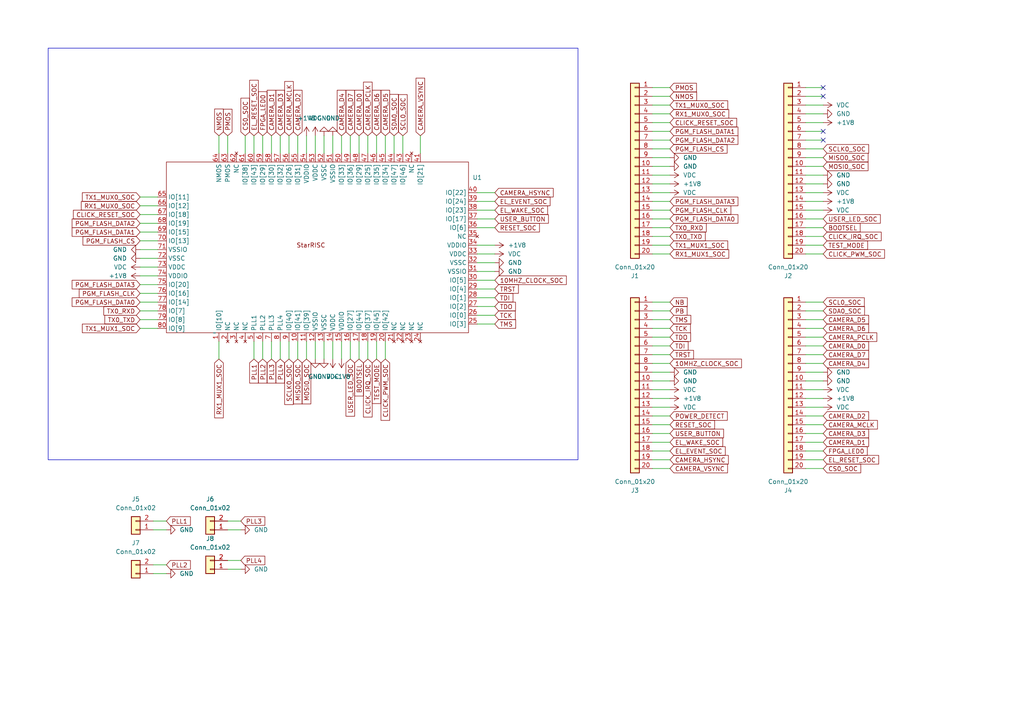
<source format=kicad_sch>
(kicad_sch (version 20230121) (generator eeschema)

  (uuid 67685f12-05b2-446c-ae09-58f24641ecf9)

  (paper "A4")

  (lib_symbols
    (symbol "Connector_Generic:Conn_01x02" (pin_names (offset 1.016) hide) (in_bom yes) (on_board yes)
      (property "Reference" "J" (at 0 2.54 0)
        (effects (font (size 1.27 1.27)))
      )
      (property "Value" "Conn_01x02" (at 0 -5.08 0)
        (effects (font (size 1.27 1.27)))
      )
      (property "Footprint" "" (at 0 0 0)
        (effects (font (size 1.27 1.27)) hide)
      )
      (property "Datasheet" "~" (at 0 0 0)
        (effects (font (size 1.27 1.27)) hide)
      )
      (property "ki_keywords" "connector" (at 0 0 0)
        (effects (font (size 1.27 1.27)) hide)
      )
      (property "ki_description" "Generic connector, single row, 01x02, script generated (kicad-library-utils/schlib/autogen/connector/)" (at 0 0 0)
        (effects (font (size 1.27 1.27)) hide)
      )
      (property "ki_fp_filters" "Connector*:*_1x??_*" (at 0 0 0)
        (effects (font (size 1.27 1.27)) hide)
      )
      (symbol "Conn_01x02_1_1"
        (rectangle (start -1.27 -2.413) (end 0 -2.667)
          (stroke (width 0.1524) (type default))
          (fill (type none))
        )
        (rectangle (start -1.27 0.127) (end 0 -0.127)
          (stroke (width 0.1524) (type default))
          (fill (type none))
        )
        (rectangle (start -1.27 1.27) (end 1.27 -3.81)
          (stroke (width 0.254) (type default))
          (fill (type background))
        )
        (pin passive line (at -5.08 0 0) (length 3.81)
          (name "Pin_1" (effects (font (size 1.27 1.27))))
          (number "1" (effects (font (size 1.27 1.27))))
        )
        (pin passive line (at -5.08 -2.54 0) (length 3.81)
          (name "Pin_2" (effects (font (size 1.27 1.27))))
          (number "2" (effects (font (size 1.27 1.27))))
        )
      )
    )
    (symbol "Connector_Generic:Conn_01x20" (pin_names (offset 1.016) hide) (in_bom yes) (on_board yes)
      (property "Reference" "J" (at 0 25.4 0)
        (effects (font (size 1.27 1.27)))
      )
      (property "Value" "Conn_01x20" (at 0 -27.94 0)
        (effects (font (size 1.27 1.27)))
      )
      (property "Footprint" "" (at 0 0 0)
        (effects (font (size 1.27 1.27)) hide)
      )
      (property "Datasheet" "~" (at 0 0 0)
        (effects (font (size 1.27 1.27)) hide)
      )
      (property "ki_keywords" "connector" (at 0 0 0)
        (effects (font (size 1.27 1.27)) hide)
      )
      (property "ki_description" "Generic connector, single row, 01x20, script generated (kicad-library-utils/schlib/autogen/connector/)" (at 0 0 0)
        (effects (font (size 1.27 1.27)) hide)
      )
      (property "ki_fp_filters" "Connector*:*_1x??_*" (at 0 0 0)
        (effects (font (size 1.27 1.27)) hide)
      )
      (symbol "Conn_01x20_1_1"
        (rectangle (start -1.27 -25.273) (end 0 -25.527)
          (stroke (width 0.1524) (type default))
          (fill (type none))
        )
        (rectangle (start -1.27 -22.733) (end 0 -22.987)
          (stroke (width 0.1524) (type default))
          (fill (type none))
        )
        (rectangle (start -1.27 -20.193) (end 0 -20.447)
          (stroke (width 0.1524) (type default))
          (fill (type none))
        )
        (rectangle (start -1.27 -17.653) (end 0 -17.907)
          (stroke (width 0.1524) (type default))
          (fill (type none))
        )
        (rectangle (start -1.27 -15.113) (end 0 -15.367)
          (stroke (width 0.1524) (type default))
          (fill (type none))
        )
        (rectangle (start -1.27 -12.573) (end 0 -12.827)
          (stroke (width 0.1524) (type default))
          (fill (type none))
        )
        (rectangle (start -1.27 -10.033) (end 0 -10.287)
          (stroke (width 0.1524) (type default))
          (fill (type none))
        )
        (rectangle (start -1.27 -7.493) (end 0 -7.747)
          (stroke (width 0.1524) (type default))
          (fill (type none))
        )
        (rectangle (start -1.27 -4.953) (end 0 -5.207)
          (stroke (width 0.1524) (type default))
          (fill (type none))
        )
        (rectangle (start -1.27 -2.413) (end 0 -2.667)
          (stroke (width 0.1524) (type default))
          (fill (type none))
        )
        (rectangle (start -1.27 0.127) (end 0 -0.127)
          (stroke (width 0.1524) (type default))
          (fill (type none))
        )
        (rectangle (start -1.27 2.667) (end 0 2.413)
          (stroke (width 0.1524) (type default))
          (fill (type none))
        )
        (rectangle (start -1.27 5.207) (end 0 4.953)
          (stroke (width 0.1524) (type default))
          (fill (type none))
        )
        (rectangle (start -1.27 7.747) (end 0 7.493)
          (stroke (width 0.1524) (type default))
          (fill (type none))
        )
        (rectangle (start -1.27 10.287) (end 0 10.033)
          (stroke (width 0.1524) (type default))
          (fill (type none))
        )
        (rectangle (start -1.27 12.827) (end 0 12.573)
          (stroke (width 0.1524) (type default))
          (fill (type none))
        )
        (rectangle (start -1.27 15.367) (end 0 15.113)
          (stroke (width 0.1524) (type default))
          (fill (type none))
        )
        (rectangle (start -1.27 17.907) (end 0 17.653)
          (stroke (width 0.1524) (type default))
          (fill (type none))
        )
        (rectangle (start -1.27 20.447) (end 0 20.193)
          (stroke (width 0.1524) (type default))
          (fill (type none))
        )
        (rectangle (start -1.27 22.987) (end 0 22.733)
          (stroke (width 0.1524) (type default))
          (fill (type none))
        )
        (rectangle (start -1.27 24.13) (end 1.27 -26.67)
          (stroke (width 0.254) (type default))
          (fill (type background))
        )
        (pin passive line (at -5.08 22.86 0) (length 3.81)
          (name "Pin_1" (effects (font (size 1.27 1.27))))
          (number "1" (effects (font (size 1.27 1.27))))
        )
        (pin passive line (at -5.08 0 0) (length 3.81)
          (name "Pin_10" (effects (font (size 1.27 1.27))))
          (number "10" (effects (font (size 1.27 1.27))))
        )
        (pin passive line (at -5.08 -2.54 0) (length 3.81)
          (name "Pin_11" (effects (font (size 1.27 1.27))))
          (number "11" (effects (font (size 1.27 1.27))))
        )
        (pin passive line (at -5.08 -5.08 0) (length 3.81)
          (name "Pin_12" (effects (font (size 1.27 1.27))))
          (number "12" (effects (font (size 1.27 1.27))))
        )
        (pin passive line (at -5.08 -7.62 0) (length 3.81)
          (name "Pin_13" (effects (font (size 1.27 1.27))))
          (number "13" (effects (font (size 1.27 1.27))))
        )
        (pin passive line (at -5.08 -10.16 0) (length 3.81)
          (name "Pin_14" (effects (font (size 1.27 1.27))))
          (number "14" (effects (font (size 1.27 1.27))))
        )
        (pin passive line (at -5.08 -12.7 0) (length 3.81)
          (name "Pin_15" (effects (font (size 1.27 1.27))))
          (number "15" (effects (font (size 1.27 1.27))))
        )
        (pin passive line (at -5.08 -15.24 0) (length 3.81)
          (name "Pin_16" (effects (font (size 1.27 1.27))))
          (number "16" (effects (font (size 1.27 1.27))))
        )
        (pin passive line (at -5.08 -17.78 0) (length 3.81)
          (name "Pin_17" (effects (font (size 1.27 1.27))))
          (number "17" (effects (font (size 1.27 1.27))))
        )
        (pin passive line (at -5.08 -20.32 0) (length 3.81)
          (name "Pin_18" (effects (font (size 1.27 1.27))))
          (number "18" (effects (font (size 1.27 1.27))))
        )
        (pin passive line (at -5.08 -22.86 0) (length 3.81)
          (name "Pin_19" (effects (font (size 1.27 1.27))))
          (number "19" (effects (font (size 1.27 1.27))))
        )
        (pin passive line (at -5.08 20.32 0) (length 3.81)
          (name "Pin_2" (effects (font (size 1.27 1.27))))
          (number "2" (effects (font (size 1.27 1.27))))
        )
        (pin passive line (at -5.08 -25.4 0) (length 3.81)
          (name "Pin_20" (effects (font (size 1.27 1.27))))
          (number "20" (effects (font (size 1.27 1.27))))
        )
        (pin passive line (at -5.08 17.78 0) (length 3.81)
          (name "Pin_3" (effects (font (size 1.27 1.27))))
          (number "3" (effects (font (size 1.27 1.27))))
        )
        (pin passive line (at -5.08 15.24 0) (length 3.81)
          (name "Pin_4" (effects (font (size 1.27 1.27))))
          (number "4" (effects (font (size 1.27 1.27))))
        )
        (pin passive line (at -5.08 12.7 0) (length 3.81)
          (name "Pin_5" (effects (font (size 1.27 1.27))))
          (number "5" (effects (font (size 1.27 1.27))))
        )
        (pin passive line (at -5.08 10.16 0) (length 3.81)
          (name "Pin_6" (effects (font (size 1.27 1.27))))
          (number "6" (effects (font (size 1.27 1.27))))
        )
        (pin passive line (at -5.08 7.62 0) (length 3.81)
          (name "Pin_7" (effects (font (size 1.27 1.27))))
          (number "7" (effects (font (size 1.27 1.27))))
        )
        (pin passive line (at -5.08 5.08 0) (length 3.81)
          (name "Pin_8" (effects (font (size 1.27 1.27))))
          (number "8" (effects (font (size 1.27 1.27))))
        )
        (pin passive line (at -5.08 2.54 0) (length 3.81)
          (name "Pin_9" (effects (font (size 1.27 1.27))))
          (number "9" (effects (font (size 1.27 1.27))))
        )
      )
    )
    (symbol "StarRISC:StarRISC_80CQFP" (in_bom yes) (on_board yes)
      (property "Reference" "U1" (at 76.2 45.0281 0)
        (effects (font (size 1.27 1.27)))
      )
      (property "Value" "~" (at 0 0 0)
        (effects (font (size 1.27 1.27)))
      )
      (property "Footprint" "" (at 0 0 0)
        (effects (font (size 1.27 1.27)) hide)
      )
      (property "Datasheet" "" (at 0 0 0)
        (effects (font (size 1.27 1.27)) hide)
      )
      (symbol "StarRISC_80CQFP_0_1"
        (rectangle (start -13.97 49.53) (end 73.66 0)
          (stroke (width 0) (type default))
          (fill (type none))
        )
      )
      (symbol "StarRISC_80CQFP_1_1"
        (text "StarRISC" (at 27.94 25.4 0)
          (effects (font (size 1.27 1.27)))
        )
        (pin bidirectional line (at 1.27 -2.54 90) (length 2.54)
          (name "IO[10]" (effects (font (size 1.27 1.27))))
          (number "1" (effects (font (size 1.27 1.27))))
        )
        (pin bidirectional line (at 24.13 -2.54 90) (length 2.54)
          (name "IO[41]" (effects (font (size 1.27 1.27))))
          (number "10" (effects (font (size 1.27 1.27))))
        )
        (pin bidirectional line (at 26.67 -2.54 90) (length 2.54)
          (name "IO[39]" (effects (font (size 1.27 1.27))))
          (number "11" (effects (font (size 1.27 1.27))))
        )
        (pin power_in line (at 29.21 -2.54 90) (length 2.54)
          (name "VSSIO" (effects (font (size 1.27 1.27))))
          (number "12" (effects (font (size 1.27 1.27))))
        )
        (pin power_in line (at 31.75 -2.54 90) (length 2.54)
          (name "VSSC" (effects (font (size 1.27 1.27))))
          (number "13" (effects (font (size 1.27 1.27))))
        )
        (pin power_in line (at 34.29 -2.54 90) (length 2.54)
          (name "VDDC" (effects (font (size 1.27 1.27))))
          (number "14" (effects (font (size 1.27 1.27))))
        )
        (pin power_in line (at 36.83 -2.54 90) (length 2.54)
          (name "VDDIO" (effects (font (size 1.27 1.27))))
          (number "15" (effects (font (size 1.27 1.27))))
        )
        (pin bidirectional line (at 39.37 -2.54 90) (length 2.54)
          (name "IO[27]" (effects (font (size 1.27 1.27))))
          (number "16" (effects (font (size 1.27 1.27))))
        )
        (pin bidirectional line (at 41.91 -2.54 90) (length 2.54)
          (name "IO[44]" (effects (font (size 1.27 1.27))))
          (number "17" (effects (font (size 1.27 1.27))))
        )
        (pin bidirectional line (at 44.45 -2.54 90) (length 2.54)
          (name "IO[37]" (effects (font (size 1.27 1.27))))
          (number "18" (effects (font (size 1.27 1.27))))
        )
        (pin bidirectional line (at 46.99 -2.54 90) (length 2.54)
          (name "IO[45]" (effects (font (size 1.27 1.27))))
          (number "19" (effects (font (size 1.27 1.27))))
        )
        (pin no_connect line (at 3.81 -2.54 90) (length 2.54)
          (name "NC" (effects (font (size 1.27 1.27))))
          (number "2" (effects (font (size 1.27 1.27))))
        )
        (pin bidirectional line (at 49.53 -2.54 90) (length 2.54)
          (name "IO[42]" (effects (font (size 1.27 1.27))))
          (number "20" (effects (font (size 1.27 1.27))))
        )
        (pin no_connect line (at 52.07 -2.54 90) (length 2.54)
          (name "NC" (effects (font (size 1.27 1.27))))
          (number "21" (effects (font (size 1.27 1.27))))
        )
        (pin no_connect line (at 54.61 -2.54 90) (length 2.54)
          (name "NC" (effects (font (size 1.27 1.27))))
          (number "22" (effects (font (size 1.27 1.27))))
        )
        (pin no_connect line (at 57.15 -2.54 90) (length 2.54)
          (name "NC" (effects (font (size 1.27 1.27))))
          (number "23" (effects (font (size 1.27 1.27))))
        )
        (pin no_connect line (at 59.69 -2.54 90) (length 2.54)
          (name "NC" (effects (font (size 1.27 1.27))))
          (number "24" (effects (font (size 1.27 1.27))))
        )
        (pin bidirectional line (at 76.2 2.54 180) (length 2.54)
          (name "IO[3]" (effects (font (size 1.27 1.27))))
          (number "25" (effects (font (size 1.27 1.27))))
        )
        (pin bidirectional line (at 76.2 5.08 180) (length 2.54)
          (name "IO[0]" (effects (font (size 1.27 1.27))))
          (number "26" (effects (font (size 1.27 1.27))))
        )
        (pin bidirectional line (at 76.2 7.62 180) (length 2.54)
          (name "IO[2]" (effects (font (size 1.27 1.27))))
          (number "27" (effects (font (size 1.27 1.27))))
        )
        (pin bidirectional line (at 76.2 10.16 180) (length 2.54)
          (name "IO[1]" (effects (font (size 1.27 1.27))))
          (number "28" (effects (font (size 1.27 1.27))))
        )
        (pin bidirectional line (at 76.2 12.7 180) (length 2.54)
          (name "IO[4]" (effects (font (size 1.27 1.27))))
          (number "29" (effects (font (size 1.27 1.27))))
        )
        (pin no_connect line (at 6.35 -2.54 90) (length 2.54)
          (name "NC" (effects (font (size 1.27 1.27))))
          (number "3" (effects (font (size 1.27 1.27))))
        )
        (pin bidirectional line (at 76.2 15.24 180) (length 2.54)
          (name "IO[5]" (effects (font (size 1.27 1.27))))
          (number "30" (effects (font (size 1.27 1.27))))
        )
        (pin power_in line (at 76.2 17.78 180) (length 2.54)
          (name "VSSIO" (effects (font (size 1.27 1.27))))
          (number "31" (effects (font (size 1.27 1.27))))
        )
        (pin power_in line (at 76.2 20.32 180) (length 2.54)
          (name "VSSC" (effects (font (size 1.27 1.27))))
          (number "32" (effects (font (size 1.27 1.27))))
        )
        (pin power_in line (at 76.2 22.86 180) (length 2.54)
          (name "VDDC" (effects (font (size 1.27 1.27))))
          (number "33" (effects (font (size 1.27 1.27))))
        )
        (pin power_in line (at 76.2 25.4 180) (length 2.54)
          (name "VDDIO" (effects (font (size 1.27 1.27))))
          (number "34" (effects (font (size 1.27 1.27))))
        )
        (pin no_connect line (at 76.2 27.94 180) (length 2.54)
          (name "NC" (effects (font (size 1.27 1.27))))
          (number "35" (effects (font (size 1.27 1.27))))
        )
        (pin bidirectional line (at 76.2 30.48 180) (length 2.54)
          (name "IO[6]" (effects (font (size 1.27 1.27))))
          (number "36" (effects (font (size 1.27 1.27))))
        )
        (pin bidirectional line (at 76.2 33.02 180) (length 2.54)
          (name "IO[17]" (effects (font (size 1.27 1.27))))
          (number "37" (effects (font (size 1.27 1.27))))
        )
        (pin bidirectional line (at 76.2 35.56 180) (length 2.54)
          (name "IO[23]" (effects (font (size 1.27 1.27))))
          (number "38" (effects (font (size 1.27 1.27))))
        )
        (pin bidirectional line (at 76.2 38.1 180) (length 2.54)
          (name "IO[24]" (effects (font (size 1.27 1.27))))
          (number "39" (effects (font (size 1.27 1.27))))
        )
        (pin no_connect line (at 8.89 -2.54 90) (length 2.54)
          (name "NC" (effects (font (size 1.27 1.27))))
          (number "4" (effects (font (size 1.27 1.27))))
        )
        (pin bidirectional line (at 76.2 40.64 180) (length 2.54)
          (name "IO[22]" (effects (font (size 1.27 1.27))))
          (number "40" (effects (font (size 1.27 1.27))))
        )
        (pin bidirectional line (at 59.69 52.07 270) (length 2.54)
          (name "IO[21]" (effects (font (size 1.27 1.27))))
          (number "41" (effects (font (size 1.27 1.27))))
        )
        (pin no_connect line (at 57.15 52.07 270) (length 2.54)
          (name "NC" (effects (font (size 1.27 1.27))))
          (number "42" (effects (font (size 1.27 1.27))))
        )
        (pin bidirectional line (at 54.61 52.07 270) (length 2.54)
          (name "IO[46]" (effects (font (size 1.27 1.27))))
          (number "43" (effects (font (size 1.27 1.27))))
        )
        (pin bidirectional line (at 52.07 52.07 270) (length 2.54)
          (name "IO[47]" (effects (font (size 1.27 1.27))))
          (number "44" (effects (font (size 1.27 1.27))))
        )
        (pin bidirectional line (at 49.53 52.07 270) (length 2.54)
          (name "IO[34]" (effects (font (size 1.27 1.27))))
          (number "45" (effects (font (size 1.27 1.27))))
        )
        (pin bidirectional line (at 46.99 52.07 270) (length 2.54)
          (name "IO[35]" (effects (font (size 1.27 1.27))))
          (number "46" (effects (font (size 1.27 1.27))))
        )
        (pin bidirectional line (at 44.45 52.07 270) (length 2.54)
          (name "IO[25]" (effects (font (size 1.27 1.27))))
          (number "47" (effects (font (size 1.27 1.27))))
        )
        (pin bidirectional line (at 41.91 52.07 270) (length 2.54)
          (name "IO[29]" (effects (font (size 1.27 1.27))))
          (number "48" (effects (font (size 1.27 1.27))))
        )
        (pin bidirectional line (at 39.37 52.07 270) (length 2.54)
          (name "IO[36]" (effects (font (size 1.27 1.27))))
          (number "49" (effects (font (size 1.27 1.27))))
        )
        (pin power_in line (at 11.43 -2.54 90) (length 2.54)
          (name "PLL1" (effects (font (size 1.27 1.27))))
          (number "5" (effects (font (size 1.27 1.27))))
        )
        (pin bidirectional line (at 36.83 52.07 270) (length 2.54)
          (name "IO[33]" (effects (font (size 1.27 1.27))))
          (number "50" (effects (font (size 1.27 1.27))))
        )
        (pin power_in line (at 34.29 52.07 270) (length 2.54)
          (name "VSSIO" (effects (font (size 1.27 1.27))))
          (number "51" (effects (font (size 1.27 1.27))))
        )
        (pin power_in line (at 31.75 52.07 270) (length 2.54)
          (name "VSSC" (effects (font (size 1.27 1.27))))
          (number "52" (effects (font (size 1.27 1.27))))
        )
        (pin power_in line (at 29.21 52.07 270) (length 2.54)
          (name "VDDC" (effects (font (size 1.27 1.27))))
          (number "53" (effects (font (size 1.27 1.27))))
        )
        (pin power_in line (at 26.67 52.07 270) (length 2.54)
          (name "VDDIO" (effects (font (size 1.27 1.27))))
          (number "54" (effects (font (size 1.27 1.27))))
        )
        (pin bidirectional line (at 24.13 52.07 270) (length 2.54)
          (name "IO[31]" (effects (font (size 1.27 1.27))))
          (number "55" (effects (font (size 1.27 1.27))))
        )
        (pin bidirectional line (at 21.59 52.07 270) (length 2.54)
          (name "IO[26]" (effects (font (size 1.27 1.27))))
          (number "56" (effects (font (size 1.27 1.27))))
        )
        (pin bidirectional line (at 19.05 52.07 270) (length 2.54)
          (name "IO[32]" (effects (font (size 1.27 1.27))))
          (number "57" (effects (font (size 1.27 1.27))))
        )
        (pin bidirectional line (at 16.51 52.07 270) (length 2.54)
          (name "IO[30]" (effects (font (size 1.27 1.27))))
          (number "58" (effects (font (size 1.27 1.27))))
        )
        (pin bidirectional line (at 13.97 52.07 270) (length 2.54)
          (name "IO[29]" (effects (font (size 1.27 1.27))))
          (number "59" (effects (font (size 1.27 1.27))))
        )
        (pin power_in line (at 13.97 -2.54 90) (length 2.54)
          (name "PLL2" (effects (font (size 1.27 1.27))))
          (number "6" (effects (font (size 1.27 1.27))))
        )
        (pin bidirectional line (at 11.43 52.07 270) (length 2.54)
          (name "IO[43]" (effects (font (size 1.27 1.27))))
          (number "60" (effects (font (size 1.27 1.27))))
        )
        (pin bidirectional line (at 8.89 52.07 270) (length 2.54)
          (name "IO[38]" (effects (font (size 1.27 1.27))))
          (number "61" (effects (font (size 1.27 1.27))))
        )
        (pin no_connect line (at 6.35 52.07 270) (length 2.54)
          (name "NC" (effects (font (size 1.27 1.27))))
          (number "62" (effects (font (size 1.27 1.27))))
        )
        (pin power_in line (at 3.81 52.07 270) (length 2.54)
          (name "PMOS" (effects (font (size 1.27 1.27))))
          (number "63" (effects (font (size 1.27 1.27))))
        )
        (pin power_in line (at 1.27 52.07 270) (length 2.54)
          (name "NMOS" (effects (font (size 1.27 1.27))))
          (number "64" (effects (font (size 1.27 1.27))))
        )
        (pin bidirectional line (at -16.51 39.37 0) (length 2.54)
          (name "IO[11]" (effects (font (size 1.27 1.27))))
          (number "65" (effects (font (size 1.27 1.27))))
        )
        (pin bidirectional line (at -16.51 36.83 0) (length 2.54)
          (name "IO[12]" (effects (font (size 1.27 1.27))))
          (number "66" (effects (font (size 1.27 1.27))))
        )
        (pin bidirectional line (at -16.51 34.29 0) (length 2.54)
          (name "IO[18]" (effects (font (size 1.27 1.27))))
          (number "67" (effects (font (size 1.27 1.27))))
        )
        (pin bidirectional line (at -16.51 31.75 0) (length 2.54)
          (name "IO[19]" (effects (font (size 1.27 1.27))))
          (number "68" (effects (font (size 1.27 1.27))))
        )
        (pin bidirectional line (at -16.51 29.21 0) (length 2.54)
          (name "IO[15]" (effects (font (size 1.27 1.27))))
          (number "69" (effects (font (size 1.27 1.27))))
        )
        (pin power_in line (at 16.51 -2.54 90) (length 2.54)
          (name "PLL3" (effects (font (size 1.27 1.27))))
          (number "7" (effects (font (size 1.27 1.27))))
        )
        (pin bidirectional line (at -16.51 26.67 0) (length 2.54)
          (name "IO[13]" (effects (font (size 1.27 1.27))))
          (number "70" (effects (font (size 1.27 1.27))))
        )
        (pin power_in line (at -16.51 24.13 0) (length 2.54)
          (name "VSSIO" (effects (font (size 1.27 1.27))))
          (number "71" (effects (font (size 1.27 1.27))))
        )
        (pin power_in line (at -16.51 21.59 0) (length 2.54)
          (name "VSSC" (effects (font (size 1.27 1.27))))
          (number "72" (effects (font (size 1.27 1.27))))
        )
        (pin power_in line (at -16.51 19.05 0) (length 2.54)
          (name "VDDC" (effects (font (size 1.27 1.27))))
          (number "73" (effects (font (size 1.27 1.27))))
        )
        (pin power_in line (at -16.51 16.51 0) (length 2.54)
          (name "VDDIO" (effects (font (size 1.27 1.27))))
          (number "74" (effects (font (size 1.27 1.27))))
        )
        (pin bidirectional line (at -16.51 13.97 0) (length 2.54)
          (name "IO[20]" (effects (font (size 1.27 1.27))))
          (number "75" (effects (font (size 1.27 1.27))))
        )
        (pin bidirectional line (at -16.51 11.43 0) (length 2.54)
          (name "IO[16]" (effects (font (size 1.27 1.27))))
          (number "76" (effects (font (size 1.27 1.27))))
        )
        (pin bidirectional line (at -16.51 8.89 0) (length 2.54)
          (name "IO[14]" (effects (font (size 1.27 1.27))))
          (number "77" (effects (font (size 1.27 1.27))))
        )
        (pin bidirectional line (at -16.51 6.35 0) (length 2.54)
          (name "IO[7]" (effects (font (size 1.27 1.27))))
          (number "78" (effects (font (size 1.27 1.27))))
        )
        (pin bidirectional line (at -16.51 3.81 0) (length 2.54)
          (name "IO[8]" (effects (font (size 1.27 1.27))))
          (number "79" (effects (font (size 1.27 1.27))))
        )
        (pin power_in line (at 19.05 -2.54 90) (length 2.54)
          (name "PLL4" (effects (font (size 1.27 1.27))))
          (number "8" (effects (font (size 1.27 1.27))))
        )
        (pin bidirectional line (at -16.51 1.27 0) (length 2.54)
          (name "IO[9]" (effects (font (size 1.27 1.27))))
          (number "80" (effects (font (size 1.27 1.27))))
        )
        (pin bidirectional line (at 21.59 -2.54 90) (length 2.54)
          (name "IO[40]" (effects (font (size 1.27 1.27))))
          (number "9" (effects (font (size 1.27 1.27))))
        )
      )
    )
    (symbol "power:+1V8" (power) (pin_names (offset 0)) (in_bom yes) (on_board yes)
      (property "Reference" "#PWR" (at 0 -3.81 0)
        (effects (font (size 1.27 1.27)) hide)
      )
      (property "Value" "+1V8" (at 0 3.556 0)
        (effects (font (size 1.27 1.27)))
      )
      (property "Footprint" "" (at 0 0 0)
        (effects (font (size 1.27 1.27)) hide)
      )
      (property "Datasheet" "" (at 0 0 0)
        (effects (font (size 1.27 1.27)) hide)
      )
      (property "ki_keywords" "global power" (at 0 0 0)
        (effects (font (size 1.27 1.27)) hide)
      )
      (property "ki_description" "Power symbol creates a global label with name \"+1V8\"" (at 0 0 0)
        (effects (font (size 1.27 1.27)) hide)
      )
      (symbol "+1V8_0_1"
        (polyline
          (pts
            (xy -0.762 1.27)
            (xy 0 2.54)
          )
          (stroke (width 0) (type default))
          (fill (type none))
        )
        (polyline
          (pts
            (xy 0 0)
            (xy 0 2.54)
          )
          (stroke (width 0) (type default))
          (fill (type none))
        )
        (polyline
          (pts
            (xy 0 2.54)
            (xy 0.762 1.27)
          )
          (stroke (width 0) (type default))
          (fill (type none))
        )
      )
      (symbol "+1V8_1_1"
        (pin power_in line (at 0 0 90) (length 0) hide
          (name "+1V8" (effects (font (size 1.27 1.27))))
          (number "1" (effects (font (size 1.27 1.27))))
        )
      )
    )
    (symbol "power:GND" (power) (pin_names (offset 0)) (in_bom yes) (on_board yes)
      (property "Reference" "#PWR" (at 0 -6.35 0)
        (effects (font (size 1.27 1.27)) hide)
      )
      (property "Value" "GND" (at 0 -3.81 0)
        (effects (font (size 1.27 1.27)))
      )
      (property "Footprint" "" (at 0 0 0)
        (effects (font (size 1.27 1.27)) hide)
      )
      (property "Datasheet" "" (at 0 0 0)
        (effects (font (size 1.27 1.27)) hide)
      )
      (property "ki_keywords" "global power" (at 0 0 0)
        (effects (font (size 1.27 1.27)) hide)
      )
      (property "ki_description" "Power symbol creates a global label with name \"GND\" , ground" (at 0 0 0)
        (effects (font (size 1.27 1.27)) hide)
      )
      (symbol "GND_0_1"
        (polyline
          (pts
            (xy 0 0)
            (xy 0 -1.27)
            (xy 1.27 -1.27)
            (xy 0 -2.54)
            (xy -1.27 -1.27)
            (xy 0 -1.27)
          )
          (stroke (width 0) (type default))
          (fill (type none))
        )
      )
      (symbol "GND_1_1"
        (pin power_in line (at 0 0 270) (length 0) hide
          (name "GND" (effects (font (size 1.27 1.27))))
          (number "1" (effects (font (size 1.27 1.27))))
        )
      )
    )
    (symbol "power:VDC" (power) (pin_names (offset 0)) (in_bom yes) (on_board yes)
      (property "Reference" "#PWR" (at 0 -2.54 0)
        (effects (font (size 1.27 1.27)) hide)
      )
      (property "Value" "VDC" (at 0 6.35 0)
        (effects (font (size 1.27 1.27)))
      )
      (property "Footprint" "" (at 0 0 0)
        (effects (font (size 1.27 1.27)) hide)
      )
      (property "Datasheet" "" (at 0 0 0)
        (effects (font (size 1.27 1.27)) hide)
      )
      (property "ki_keywords" "global power" (at 0 0 0)
        (effects (font (size 1.27 1.27)) hide)
      )
      (property "ki_description" "Power symbol creates a global label with name \"VDC\"" (at 0 0 0)
        (effects (font (size 1.27 1.27)) hide)
      )
      (symbol "VDC_0_1"
        (polyline
          (pts
            (xy -0.762 1.27)
            (xy 0 2.54)
          )
          (stroke (width 0) (type default))
          (fill (type none))
        )
        (polyline
          (pts
            (xy 0 0)
            (xy 0 2.54)
          )
          (stroke (width 0) (type default))
          (fill (type none))
        )
        (polyline
          (pts
            (xy 0 2.54)
            (xy 0.762 1.27)
          )
          (stroke (width 0) (type default))
          (fill (type none))
        )
      )
      (symbol "VDC_1_1"
        (pin power_in line (at 0 0 90) (length 0) hide
          (name "VDC" (effects (font (size 1.27 1.27))))
          (number "1" (effects (font (size 1.27 1.27))))
        )
      )
    )
  )


  (no_connect (at 238.76 25.4) (uuid 618378c8-9c37-48b8-aecf-eac43363b3b3))
  (no_connect (at 238.76 40.64) (uuid 78743750-167b-48e6-bb26-3b39933ae371))
  (no_connect (at 238.76 38.1) (uuid f4b07ea2-739e-4e63-ac9c-4ceda20431de))
  (no_connect (at 238.76 27.94) (uuid fae8545b-2986-4f76-8143-ad69119f0899))

  (wire (pts (xy 233.68 95.25) (xy 238.76 95.25))
    (stroke (width 0) (type default))
    (uuid 00ca8edf-f2c4-4a8c-a905-3eb04419ba25)
  )
  (wire (pts (xy 81.28 39.37) (xy 81.28 44.45))
    (stroke (width 0) (type default))
    (uuid 0389fbc4-3e34-4903-8718-0529feaee030)
  )
  (wire (pts (xy 189.23 50.8) (xy 194.31 50.8))
    (stroke (width 0) (type default))
    (uuid 05facf23-f6ea-41a6-ae24-5ca27cbe2d93)
  )
  (wire (pts (xy 233.68 107.95) (xy 238.76 107.95))
    (stroke (width 0) (type default))
    (uuid 06f50c99-c10b-428d-b5c1-75f1912b1c6b)
  )
  (wire (pts (xy 233.68 53.34) (xy 238.76 53.34))
    (stroke (width 0) (type default))
    (uuid 0825ac0b-23d0-4f25-a53e-5afc165e02c1)
  )
  (wire (pts (xy 40.64 87.63) (xy 45.72 87.63))
    (stroke (width 0) (type default))
    (uuid 09e1d40e-8fa9-4ac2-8b44-515157441fcb)
  )
  (wire (pts (xy 233.68 66.04) (xy 238.76 66.04))
    (stroke (width 0) (type default))
    (uuid 0aabc43d-ba3d-4238-a69b-8660cf0d16e5)
  )
  (wire (pts (xy 189.23 97.79) (xy 194.31 97.79))
    (stroke (width 0) (type default))
    (uuid 0afa2d33-f5f0-4e90-95dd-86277c4eeb2b)
  )
  (wire (pts (xy 189.23 53.34) (xy 194.31 53.34))
    (stroke (width 0) (type default))
    (uuid 0ee37668-0f00-467a-b2cc-d0e8d245f49d)
  )
  (wire (pts (xy 138.43 86.36) (xy 143.51 86.36))
    (stroke (width 0) (type default))
    (uuid 0ef420d3-1021-4f58-a3e7-b1b74d266972)
  )
  (wire (pts (xy 138.43 63.5) (xy 143.51 63.5))
    (stroke (width 0) (type default))
    (uuid 0fea9d67-1186-4c48-ae78-99c5f41fc410)
  )
  (wire (pts (xy 138.43 83.82) (xy 143.51 83.82))
    (stroke (width 0) (type default))
    (uuid 106b6ae2-3417-4754-bb53-dd66a16ee357)
  )
  (wire (pts (xy 73.66 99.06) (xy 73.66 104.14))
    (stroke (width 0) (type default))
    (uuid 11e5c8a1-4c2b-4fe9-ad1c-9921e70bd6a7)
  )
  (wire (pts (xy 66.04 151.13) (xy 69.85 151.13))
    (stroke (width 0) (type default))
    (uuid 18c4dfe4-ce5b-4daa-9ca0-fd7b5183cc2d)
  )
  (wire (pts (xy 66.04 153.67) (xy 69.85 153.67))
    (stroke (width 0) (type default))
    (uuid 18e40a0d-5e19-4168-887d-be588bf03d33)
  )
  (wire (pts (xy 189.23 125.73) (xy 194.31 125.73))
    (stroke (width 0) (type default))
    (uuid 1b2f6a30-1e8f-4dcf-aa62-69ae7bdacdd0)
  )
  (wire (pts (xy 233.68 25.4) (xy 238.76 25.4))
    (stroke (width 0) (type default))
    (uuid 1bd33a7e-92d0-44ba-ad00-4ad09bd408e4)
  )
  (wire (pts (xy 40.64 64.77) (xy 45.72 64.77))
    (stroke (width 0) (type default))
    (uuid 1f12011d-48c4-448e-826a-55ec62d725bb)
  )
  (wire (pts (xy 189.23 123.19) (xy 194.31 123.19))
    (stroke (width 0) (type default))
    (uuid 1f286747-0b68-405d-bd3e-1b8ca1b2cea4)
  )
  (wire (pts (xy 116.84 39.37) (xy 116.84 44.45))
    (stroke (width 0) (type default))
    (uuid 20586514-2965-49e2-98f1-0c314cd02b0c)
  )
  (wire (pts (xy 189.23 38.1) (xy 194.31 38.1))
    (stroke (width 0) (type default))
    (uuid 22534d02-6d5b-446b-af15-440c1512d94c)
  )
  (wire (pts (xy 63.5 39.37) (xy 63.5 44.45))
    (stroke (width 0) (type default))
    (uuid 22a542dd-e8f6-4891-b2b4-3185daf99e63)
  )
  (wire (pts (xy 138.43 81.28) (xy 143.51 81.28))
    (stroke (width 0) (type default))
    (uuid 2422034d-9a6b-4fef-8500-038e1ae22b42)
  )
  (wire (pts (xy 189.23 48.26) (xy 194.31 48.26))
    (stroke (width 0) (type default))
    (uuid 24dd9c65-e720-453f-a2c6-9506abd10665)
  )
  (wire (pts (xy 81.28 99.06) (xy 81.28 104.14))
    (stroke (width 0) (type default))
    (uuid 27034ccf-a75a-4a0f-b5b7-3c1030332e79)
  )
  (wire (pts (xy 86.36 39.37) (xy 86.36 44.45))
    (stroke (width 0) (type default))
    (uuid 28a03439-d828-49ce-8bd8-2ee761ae25c7)
  )
  (wire (pts (xy 104.14 39.37) (xy 104.14 44.45))
    (stroke (width 0) (type default))
    (uuid 29587649-476e-4212-a75d-5e2d0fb1c8a1)
  )
  (wire (pts (xy 189.23 73.66) (xy 194.31 73.66))
    (stroke (width 0) (type default))
    (uuid 29fd3916-0c56-4b15-af24-732651b9ce2e)
  )
  (wire (pts (xy 189.23 110.49) (xy 194.31 110.49))
    (stroke (width 0) (type default))
    (uuid 2ab4deb8-daae-4f79-83af-2ca3a1d35cd2)
  )
  (wire (pts (xy 233.68 71.12) (xy 238.76 71.12))
    (stroke (width 0) (type default))
    (uuid 2bb39b62-0a07-43ad-b66f-ae2902711855)
  )
  (wire (pts (xy 40.64 62.23) (xy 45.72 62.23))
    (stroke (width 0) (type default))
    (uuid 2bec8349-b61e-4574-9e7b-2260dd1125d9)
  )
  (wire (pts (xy 233.68 125.73) (xy 238.76 125.73))
    (stroke (width 0) (type default))
    (uuid 2c1547a0-f099-4122-a50c-289cb1493cc4)
  )
  (wire (pts (xy 40.64 74.93) (xy 45.72 74.93))
    (stroke (width 0) (type default))
    (uuid 2c7a25ac-ad5f-4b11-8b96-1fb7e2e52842)
  )
  (wire (pts (xy 40.64 67.31) (xy 45.72 67.31))
    (stroke (width 0) (type default))
    (uuid 2e939657-f719-4ad6-8b65-6675fc1c610c)
  )
  (wire (pts (xy 189.23 133.35) (xy 194.31 133.35))
    (stroke (width 0) (type default))
    (uuid 32c44d13-95b4-405b-9e6f-04428ce4a5d2)
  )
  (wire (pts (xy 40.64 80.01) (xy 45.72 80.01))
    (stroke (width 0) (type default))
    (uuid 344b4a78-ad38-4765-bff8-48a1375398f1)
  )
  (wire (pts (xy 233.68 120.65) (xy 238.76 120.65))
    (stroke (width 0) (type default))
    (uuid 361ca95f-dc27-4da3-a4aa-439780565704)
  )
  (wire (pts (xy 96.52 99.06) (xy 96.52 104.14))
    (stroke (width 0) (type default))
    (uuid 37831e3c-f0d5-4a07-8a72-05de3470a48b)
  )
  (wire (pts (xy 233.68 90.17) (xy 238.76 90.17))
    (stroke (width 0) (type default))
    (uuid 393a375b-02e8-4cf0-821b-4a85e1c2df00)
  )
  (wire (pts (xy 83.82 99.06) (xy 83.82 104.14))
    (stroke (width 0) (type default))
    (uuid 3b4356c0-726e-4a69-ab68-edcb2a1d92a8)
  )
  (wire (pts (xy 111.76 99.06) (xy 111.76 104.14))
    (stroke (width 0) (type default))
    (uuid 3f7d7ac8-83a2-4fd1-a169-a49fb1afbb57)
  )
  (wire (pts (xy 96.52 39.37) (xy 96.52 44.45))
    (stroke (width 0) (type default))
    (uuid 43b7ad86-8872-48af-9a55-3df7fe98ec0c)
  )
  (wire (pts (xy 91.44 99.06) (xy 91.44 104.14))
    (stroke (width 0) (type default))
    (uuid 45d65c41-a72a-4c81-a65e-62a3cf2a9f8b)
  )
  (wire (pts (xy 104.14 99.06) (xy 104.14 104.14))
    (stroke (width 0) (type default))
    (uuid 4659bafb-7bf1-40f6-9505-98860e80f6c5)
  )
  (wire (pts (xy 40.64 57.15) (xy 45.72 57.15))
    (stroke (width 0) (type default))
    (uuid 48662ebe-3f59-4e85-ba3a-c56d52048d18)
  )
  (wire (pts (xy 189.23 71.12) (xy 194.31 71.12))
    (stroke (width 0) (type default))
    (uuid 49d2f242-52c5-4334-b73e-940962735e89)
  )
  (wire (pts (xy 233.68 58.42) (xy 238.76 58.42))
    (stroke (width 0) (type default))
    (uuid 49f24012-ed96-4c30-90a6-c637f15c507a)
  )
  (wire (pts (xy 189.23 60.96) (xy 194.31 60.96))
    (stroke (width 0) (type default))
    (uuid 4bdd6a6e-734d-43ba-8d80-1c11a178af4e)
  )
  (wire (pts (xy 189.23 102.87) (xy 194.31 102.87))
    (stroke (width 0) (type default))
    (uuid 4dacf365-9dda-464d-b001-6d948bd31730)
  )
  (wire (pts (xy 189.23 25.4) (xy 194.31 25.4))
    (stroke (width 0) (type default))
    (uuid 4f42ee02-a6a6-453e-9f0b-e9ef50b9099f)
  )
  (wire (pts (xy 233.68 102.87) (xy 238.76 102.87))
    (stroke (width 0) (type default))
    (uuid 4fa45881-44be-4428-9d07-310bd9f998b1)
  )
  (wire (pts (xy 40.64 85.09) (xy 45.72 85.09))
    (stroke (width 0) (type default))
    (uuid 503b1d55-bf93-4ac6-a525-b53f6b22a1a8)
  )
  (wire (pts (xy 189.23 115.57) (xy 194.31 115.57))
    (stroke (width 0) (type default))
    (uuid 50f372db-3988-4c64-825b-97896691d02e)
  )
  (wire (pts (xy 233.68 110.49) (xy 238.76 110.49))
    (stroke (width 0) (type default))
    (uuid 51452f8d-cf07-4c38-902b-386ec1704b57)
  )
  (wire (pts (xy 40.64 77.47) (xy 45.72 77.47))
    (stroke (width 0) (type default))
    (uuid 519bbe52-8ae5-4fe9-90a8-488d8c5d678d)
  )
  (wire (pts (xy 114.3 39.37) (xy 114.3 44.45))
    (stroke (width 0) (type default))
    (uuid 51f82932-a9ad-415b-a047-3aa58f0b7844)
  )
  (wire (pts (xy 189.23 130.81) (xy 194.31 130.81))
    (stroke (width 0) (type default))
    (uuid 53a6d558-d2ee-49fe-ac75-a32611c749e3)
  )
  (wire (pts (xy 233.68 87.63) (xy 238.76 87.63))
    (stroke (width 0) (type default))
    (uuid 549ce682-6f36-42f3-8da8-997d5a7b77ef)
  )
  (wire (pts (xy 88.9 99.06) (xy 88.9 104.14))
    (stroke (width 0) (type default))
    (uuid 54f86328-837d-416e-a39a-5785aab12280)
  )
  (wire (pts (xy 138.43 93.98) (xy 143.51 93.98))
    (stroke (width 0) (type default))
    (uuid 561793e6-47b4-420f-863a-328c357bb23d)
  )
  (wire (pts (xy 233.68 48.26) (xy 238.76 48.26))
    (stroke (width 0) (type default))
    (uuid 56dbfb39-2254-4bf1-850e-e8599bf05cd5)
  )
  (wire (pts (xy 189.23 30.48) (xy 194.31 30.48))
    (stroke (width 0) (type default))
    (uuid 5aa6b745-c46d-4c3b-86a3-c90d5523fb21)
  )
  (wire (pts (xy 76.2 39.37) (xy 76.2 44.45))
    (stroke (width 0) (type default))
    (uuid 5afdcb7f-de41-4843-964f-28cd4b30cc8c)
  )
  (wire (pts (xy 189.23 66.04) (xy 194.31 66.04))
    (stroke (width 0) (type default))
    (uuid 5d9b71f3-ad0b-461e-a00b-18a20694812f)
  )
  (wire (pts (xy 189.23 105.41) (xy 194.31 105.41))
    (stroke (width 0) (type default))
    (uuid 5d9e1b07-bcd4-4c8d-9c17-78918a5cb991)
  )
  (wire (pts (xy 233.68 133.35) (xy 238.76 133.35))
    (stroke (width 0) (type default))
    (uuid 611d75ae-c914-46ac-98f7-d6a44e5699ff)
  )
  (wire (pts (xy 189.23 27.94) (xy 194.31 27.94))
    (stroke (width 0) (type default))
    (uuid 6462bb9b-9d16-4144-9864-7a38dde896b2)
  )
  (wire (pts (xy 138.43 66.04) (xy 143.51 66.04))
    (stroke (width 0) (type default))
    (uuid 64982095-4486-4dac-b436-8f909763fe08)
  )
  (wire (pts (xy 233.68 105.41) (xy 238.76 105.41))
    (stroke (width 0) (type default))
    (uuid 6733aaf4-a3d5-4d9d-ba14-62aef5b746e8)
  )
  (wire (pts (xy 106.68 99.06) (xy 106.68 104.14))
    (stroke (width 0) (type default))
    (uuid 6e5f4264-cdb2-4bee-ab36-2a6f61dc045d)
  )
  (wire (pts (xy 93.98 39.37) (xy 93.98 44.45))
    (stroke (width 0) (type default))
    (uuid 6ecd585c-2a63-46ae-96f0-ee63f9c69b5b)
  )
  (wire (pts (xy 189.23 135.89) (xy 194.31 135.89))
    (stroke (width 0) (type default))
    (uuid 6fbb6369-59aa-48c0-b021-a8e96e0076b0)
  )
  (wire (pts (xy 189.23 35.56) (xy 194.31 35.56))
    (stroke (width 0) (type default))
    (uuid 7029d590-af51-4c62-8549-5878ac1242ea)
  )
  (wire (pts (xy 138.43 88.9) (xy 143.51 88.9))
    (stroke (width 0) (type default))
    (uuid 71383b29-4422-4d15-8c54-14b9573aab7a)
  )
  (wire (pts (xy 189.23 107.95) (xy 194.31 107.95))
    (stroke (width 0) (type default))
    (uuid 720695af-9a7e-484b-ad8a-89f85a2f8e75)
  )
  (wire (pts (xy 233.68 30.48) (xy 238.76 30.48))
    (stroke (width 0) (type default))
    (uuid 72ac8c09-cfe5-420e-8d2b-5aadefb62945)
  )
  (wire (pts (xy 189.23 63.5) (xy 194.31 63.5))
    (stroke (width 0) (type default))
    (uuid 755a9101-da46-496f-bfb6-334a3667aa18)
  )
  (wire (pts (xy 233.68 130.81) (xy 238.76 130.81))
    (stroke (width 0) (type default))
    (uuid 758e9493-efdc-49e1-8de2-e1709fe83a7f)
  )
  (wire (pts (xy 189.23 55.88) (xy 194.31 55.88))
    (stroke (width 0) (type default))
    (uuid 7994c56e-0f87-4445-9e4d-4cacf0291a5d)
  )
  (wire (pts (xy 78.74 39.37) (xy 78.74 44.45))
    (stroke (width 0) (type default))
    (uuid 7bd99ae5-4b6b-4792-845e-3a36b322fdd7)
  )
  (wire (pts (xy 138.43 58.42) (xy 143.51 58.42))
    (stroke (width 0) (type default))
    (uuid 7d5920dd-6cfe-4eb1-8643-2657d87ab1fa)
  )
  (wire (pts (xy 99.06 99.06) (xy 99.06 104.14))
    (stroke (width 0) (type default))
    (uuid 7d5b4aa5-54b0-4d00-8aa4-3bc1a904366a)
  )
  (wire (pts (xy 189.23 95.25) (xy 194.31 95.25))
    (stroke (width 0) (type default))
    (uuid 7eb1adf4-1eee-41bc-b2a6-6efba2d59219)
  )
  (wire (pts (xy 189.23 58.42) (xy 194.31 58.42))
    (stroke (width 0) (type default))
    (uuid 7ef2d092-28c3-4f26-8575-f36ebbffd4fe)
  )
  (wire (pts (xy 40.64 92.71) (xy 45.72 92.71))
    (stroke (width 0) (type default))
    (uuid 7f47a8b6-921d-4b27-9ad3-3bdf7457fb6e)
  )
  (wire (pts (xy 76.2 99.06) (xy 76.2 104.14))
    (stroke (width 0) (type default))
    (uuid 8585cdf6-c732-45af-a466-7e04255f5154)
  )
  (wire (pts (xy 233.68 33.02) (xy 238.76 33.02))
    (stroke (width 0) (type default))
    (uuid 8595d756-a323-4653-80e8-655cf351f8a4)
  )
  (wire (pts (xy 138.43 78.74) (xy 143.51 78.74))
    (stroke (width 0) (type default))
    (uuid 860025d6-c449-42ae-bc18-eccc8038bdf7)
  )
  (wire (pts (xy 233.68 50.8) (xy 238.76 50.8))
    (stroke (width 0) (type default))
    (uuid 86d9deaa-9582-4990-a188-0926cc2877cf)
  )
  (wire (pts (xy 189.23 68.58) (xy 194.31 68.58))
    (stroke (width 0) (type default))
    (uuid 8906d63b-47d3-4cf1-9aa8-676210bd9ba1)
  )
  (wire (pts (xy 189.23 128.27) (xy 194.31 128.27))
    (stroke (width 0) (type default))
    (uuid 8bd6cdbd-d50d-4ff6-bcb6-e536f823aabb)
  )
  (wire (pts (xy 106.68 39.37) (xy 106.68 44.45))
    (stroke (width 0) (type default))
    (uuid 8c991c70-5ecf-4693-94b7-58f2e8ad1f02)
  )
  (wire (pts (xy 121.92 39.37) (xy 121.92 44.45))
    (stroke (width 0) (type default))
    (uuid 9103c69a-238e-41e4-b341-a0fa9bed08f4)
  )
  (wire (pts (xy 40.64 82.55) (xy 45.72 82.55))
    (stroke (width 0) (type default))
    (uuid 9135a25d-01e9-4c54-be92-b61d469a5da3)
  )
  (wire (pts (xy 111.76 39.37) (xy 111.76 44.45))
    (stroke (width 0) (type default))
    (uuid 91d05c92-4b72-421e-ac2b-61f28e7da428)
  )
  (wire (pts (xy 138.43 91.44) (xy 143.51 91.44))
    (stroke (width 0) (type default))
    (uuid 9467e77d-97b4-4ce4-a1e9-c4bc1d8a086a)
  )
  (wire (pts (xy 189.23 40.64) (xy 194.31 40.64))
    (stroke (width 0) (type default))
    (uuid 957a40ce-8a5d-4924-957a-3384d4cf9a19)
  )
  (wire (pts (xy 233.68 100.33) (xy 238.76 100.33))
    (stroke (width 0) (type default))
    (uuid 96425a0a-ace3-4fd9-a4c3-14eba8082814)
  )
  (wire (pts (xy 233.68 35.56) (xy 238.76 35.56))
    (stroke (width 0) (type default))
    (uuid 965d837b-0b81-4076-8791-8fb4c167e454)
  )
  (wire (pts (xy 138.43 60.96) (xy 143.51 60.96))
    (stroke (width 0) (type default))
    (uuid 9dbc83ae-1448-4b4d-a94e-5c991a9f11d3)
  )
  (wire (pts (xy 233.68 27.94) (xy 238.76 27.94))
    (stroke (width 0) (type default))
    (uuid 9e1d948a-047e-4371-b2ab-8258ac28af1a)
  )
  (wire (pts (xy 233.68 43.18) (xy 238.76 43.18))
    (stroke (width 0) (type default))
    (uuid 9f547239-fe46-4456-b9b9-e63220f768d5)
  )
  (wire (pts (xy 66.04 162.56) (xy 69.85 162.56))
    (stroke (width 0) (type default))
    (uuid 9f96887f-f01d-49a4-8255-909eb5b4dc7d)
  )
  (wire (pts (xy 233.68 128.27) (xy 238.76 128.27))
    (stroke (width 0) (type default))
    (uuid a006c3e1-42c0-4ea0-b210-8a1c0c74cc7b)
  )
  (wire (pts (xy 189.23 45.72) (xy 194.31 45.72))
    (stroke (width 0) (type default))
    (uuid a2a72eec-98d2-4b4c-9ea7-fbdf7d56ebe1)
  )
  (wire (pts (xy 138.43 71.12) (xy 143.51 71.12))
    (stroke (width 0) (type default))
    (uuid a6fd4e1e-8b98-4ab1-96c2-21c4b0996403)
  )
  (wire (pts (xy 66.04 165.1) (xy 69.85 165.1))
    (stroke (width 0) (type default))
    (uuid a81faf54-cb62-4a18-ab14-513f75f1aa8c)
  )
  (wire (pts (xy 233.68 113.03) (xy 238.76 113.03))
    (stroke (width 0) (type default))
    (uuid a834535c-eaa5-47b2-988f-842da8f0d89f)
  )
  (wire (pts (xy 189.23 43.18) (xy 194.31 43.18))
    (stroke (width 0) (type default))
    (uuid aa8831eb-39ba-414d-b34b-e369fa1e8537)
  )
  (wire (pts (xy 233.68 38.1) (xy 238.76 38.1))
    (stroke (width 0) (type default))
    (uuid aab772fc-f321-44d8-b4c6-b0409f599d96)
  )
  (wire (pts (xy 40.64 95.25) (xy 45.72 95.25))
    (stroke (width 0) (type default))
    (uuid ad454681-6845-40c2-85e0-f24d5a1db4bf)
  )
  (wire (pts (xy 233.68 123.19) (xy 238.76 123.19))
    (stroke (width 0) (type default))
    (uuid ae54e31b-171a-4b95-af3d-e3415c1d6314)
  )
  (wire (pts (xy 63.5 99.06) (xy 63.5 104.14))
    (stroke (width 0) (type default))
    (uuid b12e064f-6994-4f15-bbb4-ceba43ceada0)
  )
  (wire (pts (xy 189.23 120.65) (xy 194.31 120.65))
    (stroke (width 0) (type default))
    (uuid b33796e2-a90d-4714-86d8-1727d5b3cb6d)
  )
  (wire (pts (xy 189.23 90.17) (xy 194.31 90.17))
    (stroke (width 0) (type default))
    (uuid b528fb18-f867-479e-bca0-f738b7d68a12)
  )
  (wire (pts (xy 88.9 39.37) (xy 88.9 44.45))
    (stroke (width 0) (type default))
    (uuid b60db8fc-100e-487b-b94f-4242dd5d76d9)
  )
  (wire (pts (xy 44.45 166.37) (xy 48.26 166.37))
    (stroke (width 0) (type default))
    (uuid b721ecbe-2118-46a0-afda-4205dc7aa0b1)
  )
  (wire (pts (xy 44.45 163.83) (xy 48.26 163.83))
    (stroke (width 0) (type default))
    (uuid b7373d7f-0794-4c1c-ab23-4802a85bde3c)
  )
  (wire (pts (xy 189.23 87.63) (xy 194.31 87.63))
    (stroke (width 0) (type default))
    (uuid b7fe3c77-879d-46a0-a2da-6ceb944964c0)
  )
  (wire (pts (xy 44.45 151.13) (xy 48.26 151.13))
    (stroke (width 0) (type default))
    (uuid b8454c07-ca58-42e7-916b-024317da1e46)
  )
  (wire (pts (xy 233.68 92.71) (xy 238.76 92.71))
    (stroke (width 0) (type default))
    (uuid b9772e2c-4e74-4185-837c-1c4bb459ce48)
  )
  (wire (pts (xy 40.64 59.69) (xy 45.72 59.69))
    (stroke (width 0) (type default))
    (uuid bac6a7c8-b8b3-4278-81b5-e6079da9a6ed)
  )
  (wire (pts (xy 99.06 39.37) (xy 99.06 44.45))
    (stroke (width 0) (type default))
    (uuid baf00b25-5c19-494b-b641-dcdf2b50ca05)
  )
  (wire (pts (xy 233.68 135.89) (xy 238.76 135.89))
    (stroke (width 0) (type default))
    (uuid bb454677-141f-4b15-89f0-8fd82eb09b49)
  )
  (wire (pts (xy 40.64 90.17) (xy 45.72 90.17))
    (stroke (width 0) (type default))
    (uuid bcb0a8e4-610e-4a68-9ad4-6a41f0447410)
  )
  (wire (pts (xy 233.68 73.66) (xy 238.76 73.66))
    (stroke (width 0) (type default))
    (uuid be0e2a05-51fd-4306-871f-3cfd9c0477c9)
  )
  (wire (pts (xy 109.22 99.06) (xy 109.22 104.14))
    (stroke (width 0) (type default))
    (uuid c1135625-8f2b-4502-925d-42a3ba3f5326)
  )
  (wire (pts (xy 138.43 73.66) (xy 143.51 73.66))
    (stroke (width 0) (type default))
    (uuid c3808a06-003d-4d7c-b9b0-4a5f5cc8b715)
  )
  (wire (pts (xy 233.68 40.64) (xy 238.76 40.64))
    (stroke (width 0) (type default))
    (uuid c47eb702-1ac0-472f-9431-c6e8b715813f)
  )
  (wire (pts (xy 101.6 39.37) (xy 101.6 44.45))
    (stroke (width 0) (type default))
    (uuid c4b45dc7-655a-4b66-993a-94b75a7f7b41)
  )
  (wire (pts (xy 233.68 118.11) (xy 238.76 118.11))
    (stroke (width 0) (type default))
    (uuid c5398be5-bba8-48ea-b871-088962003c3f)
  )
  (wire (pts (xy 189.23 33.02) (xy 194.31 33.02))
    (stroke (width 0) (type default))
    (uuid c64dd203-65c9-493d-ac33-ea3410586faf)
  )
  (wire (pts (xy 109.22 39.37) (xy 109.22 44.45))
    (stroke (width 0) (type default))
    (uuid c82c5d54-ec19-443e-860b-abfaccb36d01)
  )
  (wire (pts (xy 233.68 115.57) (xy 238.76 115.57))
    (stroke (width 0) (type default))
    (uuid c84dae96-78a6-474a-b59f-451e3601fcd1)
  )
  (wire (pts (xy 233.68 60.96) (xy 238.76 60.96))
    (stroke (width 0) (type default))
    (uuid cb683e1f-66be-4a22-8b8b-0506f80c4436)
  )
  (wire (pts (xy 91.44 39.37) (xy 91.44 44.45))
    (stroke (width 0) (type default))
    (uuid cd0adc9a-cceb-4c3f-8735-eee692bb4d4d)
  )
  (wire (pts (xy 40.64 72.39) (xy 45.72 72.39))
    (stroke (width 0) (type default))
    (uuid cdb1c69b-6b85-48f3-b3c6-1c84f78625ee)
  )
  (wire (pts (xy 189.23 118.11) (xy 194.31 118.11))
    (stroke (width 0) (type default))
    (uuid d07484f7-0948-41c1-8dc5-566c6a0804c0)
  )
  (wire (pts (xy 78.74 99.06) (xy 78.74 104.14))
    (stroke (width 0) (type default))
    (uuid d25325ca-04ac-433b-a71f-a7bc57b3a81e)
  )
  (wire (pts (xy 233.68 55.88) (xy 238.76 55.88))
    (stroke (width 0) (type default))
    (uuid d772e60a-decd-4d10-a264-47aeca42a7fc)
  )
  (wire (pts (xy 83.82 39.37) (xy 83.82 44.45))
    (stroke (width 0) (type default))
    (uuid dc3d4f4b-b780-4ba4-8c79-d11a54e0c95a)
  )
  (wire (pts (xy 73.66 39.37) (xy 73.66 44.45))
    (stroke (width 0) (type default))
    (uuid dcc31a83-b54b-4c22-9c6e-b65bc0ce99b0)
  )
  (wire (pts (xy 233.68 97.79) (xy 238.76 97.79))
    (stroke (width 0) (type default))
    (uuid de3a6cd8-eddb-47bf-8d72-844a3d2bc95e)
  )
  (wire (pts (xy 233.68 63.5) (xy 238.76 63.5))
    (stroke (width 0) (type default))
    (uuid dff959d2-2d74-473a-8452-c021786c8e94)
  )
  (wire (pts (xy 93.98 99.06) (xy 93.98 104.14))
    (stroke (width 0) (type default))
    (uuid e2fed881-26da-446a-8adb-ce8383b52022)
  )
  (wire (pts (xy 86.36 99.06) (xy 86.36 104.14))
    (stroke (width 0) (type default))
    (uuid e3095629-817d-46fe-8f17-738806b5a902)
  )
  (wire (pts (xy 101.6 99.06) (xy 101.6 104.14))
    (stroke (width 0) (type default))
    (uuid e4302f48-0639-46e7-8a09-99128759ba96)
  )
  (wire (pts (xy 233.68 45.72) (xy 238.76 45.72))
    (stroke (width 0) (type default))
    (uuid e4772d51-3b1e-415c-b0d2-91ff04cef582)
  )
  (wire (pts (xy 138.43 55.88) (xy 143.51 55.88))
    (stroke (width 0) (type default))
    (uuid e53604b3-818c-4a9b-a744-1a160151b698)
  )
  (wire (pts (xy 189.23 92.71) (xy 194.31 92.71))
    (stroke (width 0) (type default))
    (uuid e8a44fca-c795-4c0b-a2bd-fed25e4bfd55)
  )
  (wire (pts (xy 40.64 69.85) (xy 45.72 69.85))
    (stroke (width 0) (type default))
    (uuid ec51a6a2-aa0e-4c3b-95de-4139b3c4508d)
  )
  (wire (pts (xy 71.12 39.37) (xy 71.12 44.45))
    (stroke (width 0) (type default))
    (uuid f10b9fbb-c6a7-40fa-a8f2-8fe416142a44)
  )
  (wire (pts (xy 189.23 100.33) (xy 194.31 100.33))
    (stroke (width 0) (type default))
    (uuid f144ece8-f913-4cc3-85cf-f6b565368cc4)
  )
  (wire (pts (xy 233.68 68.58) (xy 238.76 68.58))
    (stroke (width 0) (type default))
    (uuid f225ff85-74ad-41ec-a2fb-fcf1364065cf)
  )
  (wire (pts (xy 44.45 153.67) (xy 48.26 153.67))
    (stroke (width 0) (type default))
    (uuid f85a48b2-c5dd-4eb7-ad64-7fd04ec974e5)
  )
  (wire (pts (xy 189.23 113.03) (xy 194.31 113.03))
    (stroke (width 0) (type default))
    (uuid f8d51ad6-563e-4d9f-ba8d-cc4e6db2839d)
  )
  (wire (pts (xy 66.04 39.37) (xy 66.04 44.45))
    (stroke (width 0) (type default))
    (uuid f962efac-496b-4d92-ad93-865afffd26b1)
  )
  (wire (pts (xy 138.43 76.2) (xy 143.51 76.2))
    (stroke (width 0) (type default))
    (uuid fb765c74-55a9-4f24-b607-b262a653c909)
  )

  (rectangle (start 13.97 13.97) (end 167.64 133.35)
    (stroke (width 0) (type default))
    (fill (type none))
    (uuid e24fa955-4164-46d4-ae0f-439657eda785)
  )

  (global_label "EL_EVENT_SOC" (shape input) (at 143.51 58.42 0) (fields_autoplaced)
    (effects (font (size 1.27 1.27)) (justify left))
    (uuid 011df9aa-0948-4167-8feb-69a2a38c7efe)
    (property "Intersheetrefs" "${INTERSHEET_REFS}" (at 160.1022 58.42 0)
      (effects (font (size 1.27 1.27)) (justify left) hide)
    )
  )
  (global_label "PGM_FLASH_CS" (shape input) (at 40.64 69.85 180) (fields_autoplaced)
    (effects (font (size 1.27 1.27)) (justify right))
    (uuid 030631a4-3772-40e4-adae-bb18aa2ee305)
    (property "Intersheetrefs" "${INTERSHEET_REFS}" (at 23.5034 69.85 0)
      (effects (font (size 1.27 1.27)) (justify right) hide)
    )
  )
  (global_label "RX1_MUX0_SOC" (shape input) (at 40.64 59.69 180) (fields_autoplaced)
    (effects (font (size 1.27 1.27)) (justify right))
    (uuid 09a075f5-33e9-4664-ab0d-9855a88c432f)
    (property "Intersheetrefs" "${INTERSHEET_REFS}" (at 23.0197 59.69 0)
      (effects (font (size 1.27 1.27)) (justify right) hide)
    )
  )
  (global_label "MISO0_SOC" (shape input) (at 238.76 45.72 0) (fields_autoplaced)
    (effects (font (size 1.27 1.27)) (justify left))
    (uuid 0e925325-d7f3-4b7f-bd77-35abbd3de8cf)
    (property "Intersheetrefs" "${INTERSHEET_REFS}" (at 252.3285 45.72 0)
      (effects (font (size 1.27 1.27)) (justify left) hide)
    )
  )
  (global_label "SCLK0_SOC" (shape input) (at 83.82 104.14 270) (fields_autoplaced)
    (effects (font (size 1.27 1.27)) (justify right))
    (uuid 0ee53e05-2e89-48ec-840b-7d13a06f075d)
    (property "Intersheetrefs" "${INTERSHEET_REFS}" (at 83.82 117.8899 90)
      (effects (font (size 1.27 1.27)) (justify right) hide)
    )
  )
  (global_label "CAMERA_D2" (shape input) (at 86.36 39.37 90) (fields_autoplaced)
    (effects (font (size 1.27 1.27)) (justify left))
    (uuid 11c740d3-2d12-49cf-8ace-c27efb634df2)
    (property "Intersheetrefs" "${INTERSHEET_REFS}" (at 86.36 25.6201 90)
      (effects (font (size 1.27 1.27)) (justify left) hide)
    )
  )
  (global_label "NB" (shape input) (at 194.31 87.63 0) (fields_autoplaced)
    (effects (font (size 1.27 1.27)) (justify left))
    (uuid 19ff16b6-4e3d-4783-bd22-c1410f436046)
    (property "Intersheetrefs" "${INTERSHEET_REFS}" (at 199.8957 87.63 0)
      (effects (font (size 1.27 1.27)) (justify left) hide)
    )
  )
  (global_label "TCK" (shape input) (at 194.31 95.25 0) (fields_autoplaced)
    (effects (font (size 1.27 1.27)) (justify left))
    (uuid 1be104ea-86c4-4949-9ccf-6b6b5671ae51)
    (property "Intersheetrefs" "${INTERSHEET_REFS}" (at 200.8028 95.25 0)
      (effects (font (size 1.27 1.27)) (justify left) hide)
    )
  )
  (global_label "SCL0_SOC" (shape input) (at 238.76 87.63 0) (fields_autoplaced)
    (effects (font (size 1.27 1.27)) (justify left))
    (uuid 1c8b85f2-658d-4a24-b73a-f7441a2af43a)
    (property "Intersheetrefs" "${INTERSHEET_REFS}" (at 251.2399 87.63 0)
      (effects (font (size 1.27 1.27)) (justify left) hide)
    )
  )
  (global_label "TEST_MODE" (shape input) (at 109.22 104.14 270) (fields_autoplaced)
    (effects (font (size 1.27 1.27)) (justify right))
    (uuid 240caa63-027e-46f3-9900-8f84b64c8b94)
    (property "Intersheetrefs" "${INTERSHEET_REFS}" (at 109.22 117.5874 90)
      (effects (font (size 1.27 1.27)) (justify right) hide)
    )
  )
  (global_label "EL_RESET_SOC" (shape input) (at 73.66 39.37 90) (fields_autoplaced)
    (effects (font (size 1.27 1.27)) (justify left))
    (uuid 2446ed52-7d22-4cde-8c9c-11ce173e8d08)
    (property "Intersheetrefs" "${INTERSHEET_REFS}" (at 73.66 22.7174 90)
      (effects (font (size 1.27 1.27)) (justify left) hide)
    )
  )
  (global_label "TX1_MUX0_SOC" (shape input) (at 194.31 30.48 0) (fields_autoplaced)
    (effects (font (size 1.27 1.27)) (justify left))
    (uuid 26c207c2-db19-405e-92e2-091d6691da4b)
    (property "Intersheetrefs" "${INTERSHEET_REFS}" (at 211.6279 30.48 0)
      (effects (font (size 1.27 1.27)) (justify left) hide)
    )
  )
  (global_label "PGM_FLASH_DATA0" (shape input) (at 40.64 87.63 180) (fields_autoplaced)
    (effects (font (size 1.27 1.27)) (justify right))
    (uuid 27e6854a-0e4e-433e-979c-28b5208f2c10)
    (property "Intersheetrefs" "${INTERSHEET_REFS}" (at 20.3586 87.63 0)
      (effects (font (size 1.27 1.27)) (justify right) hide)
    )
  )
  (global_label "RX1_MUX1_SOC" (shape input) (at 194.31 73.66 0) (fields_autoplaced)
    (effects (font (size 1.27 1.27)) (justify left))
    (uuid 2de4d6ad-407f-4344-a2e3-f109dc61e140)
    (property "Intersheetrefs" "${INTERSHEET_REFS}" (at 211.9303 73.66 0)
      (effects (font (size 1.27 1.27)) (justify left) hide)
    )
  )
  (global_label "TX1_MUX0_SOC" (shape input) (at 40.64 57.15 180) (fields_autoplaced)
    (effects (font (size 1.27 1.27)) (justify right))
    (uuid 2e1dd8b0-3479-4cf3-bd82-9eeb828e41b9)
    (property "Intersheetrefs" "${INTERSHEET_REFS}" (at 23.3221 57.15 0)
      (effects (font (size 1.27 1.27)) (justify right) hide)
    )
  )
  (global_label "PGM_FLASH_CS" (shape input) (at 194.31 43.18 0) (fields_autoplaced)
    (effects (font (size 1.27 1.27)) (justify left))
    (uuid 2ff09c0f-7d01-43c5-a137-ab78d5d0bf76)
    (property "Intersheetrefs" "${INTERSHEET_REFS}" (at 211.4466 43.18 0)
      (effects (font (size 1.27 1.27)) (justify left) hide)
    )
  )
  (global_label "CLICK_IRQ_SOC" (shape input) (at 106.68 104.14 270) (fields_autoplaced)
    (effects (font (size 1.27 1.27)) (justify right))
    (uuid 305f4bfb-2cd2-4b5f-b002-23ab1f09f69b)
    (property "Intersheetrefs" "${INTERSHEET_REFS}" (at 106.68 121.5186 90)
      (effects (font (size 1.27 1.27)) (justify right) hide)
    )
  )
  (global_label "NMOS" (shape input) (at 63.5 39.37 90) (fields_autoplaced)
    (effects (font (size 1.27 1.27)) (justify left))
    (uuid 3093c849-007a-4df1-9f55-c191599b5fe5)
    (property "Intersheetrefs" "${INTERSHEET_REFS}" (at 63.5 31.0629 90)
      (effects (font (size 1.27 1.27)) (justify left) hide)
    )
  )
  (global_label "CAMERA_D3" (shape input) (at 81.28 39.37 90) (fields_autoplaced)
    (effects (font (size 1.27 1.27)) (justify left))
    (uuid 344d5d00-fd45-43f2-80ef-8a88075293fa)
    (property "Intersheetrefs" "${INTERSHEET_REFS}" (at 81.28 25.6201 90)
      (effects (font (size 1.27 1.27)) (justify left) hide)
    )
  )
  (global_label "PLL1" (shape input) (at 48.26 151.13 0) (fields_autoplaced)
    (effects (font (size 1.27 1.27)) (justify left))
    (uuid 346efd8d-4213-4211-8202-718130e802fb)
    (property "Intersheetrefs" "${INTERSHEET_REFS}" (at 55.7809 151.13 0)
      (effects (font (size 1.27 1.27)) (justify left) hide)
    )
  )
  (global_label "RESET_SOC" (shape input) (at 194.31 123.19 0) (fields_autoplaced)
    (effects (font (size 1.27 1.27)) (justify left))
    (uuid 36dd16a7-bed2-4845-83fa-cecb2a3ab71f)
    (property "Intersheetrefs" "${INTERSHEET_REFS}" (at 207.8179 123.19 0)
      (effects (font (size 1.27 1.27)) (justify left) hide)
    )
  )
  (global_label "TDI" (shape input) (at 143.51 86.36 0) (fields_autoplaced)
    (effects (font (size 1.27 1.27)) (justify left))
    (uuid 3ba827d3-4004-4942-a25a-ad9bf7946722)
    (property "Intersheetrefs" "${INTERSHEET_REFS}" (at 149.3376 86.36 0)
      (effects (font (size 1.27 1.27)) (justify left) hide)
    )
  )
  (global_label "TRST" (shape input) (at 143.51 83.82 0) (fields_autoplaced)
    (effects (font (size 1.27 1.27)) (justify left))
    (uuid 3cb764d3-783c-4d3e-bd27-82efc38b3c6d)
    (property "Intersheetrefs" "${INTERSHEET_REFS}" (at 150.9099 83.82 0)
      (effects (font (size 1.27 1.27)) (justify left) hide)
    )
  )
  (global_label "CAMERA_MCLK" (shape input) (at 83.82 39.37 90) (fields_autoplaced)
    (effects (font (size 1.27 1.27)) (justify left))
    (uuid 3e812f92-cbc3-4951-9cad-f895aaf7665f)
    (property "Intersheetrefs" "${INTERSHEET_REFS}" (at 83.82 23.0801 90)
      (effects (font (size 1.27 1.27)) (justify left) hide)
    )
  )
  (global_label "CAMERA_D4" (shape input) (at 238.76 105.41 0) (fields_autoplaced)
    (effects (font (size 1.27 1.27)) (justify left))
    (uuid 3f5a7336-f2bc-4cde-bec1-65bd3bbef438)
    (property "Intersheetrefs" "${INTERSHEET_REFS}" (at 252.5099 105.41 0)
      (effects (font (size 1.27 1.27)) (justify left) hide)
    )
  )
  (global_label "SCL0_SOC" (shape input) (at 116.84 39.37 90) (fields_autoplaced)
    (effects (font (size 1.27 1.27)) (justify left))
    (uuid 42be890b-b04f-424c-98a6-6dc4349c1bdb)
    (property "Intersheetrefs" "${INTERSHEET_REFS}" (at 116.84 26.8901 90)
      (effects (font (size 1.27 1.27)) (justify left) hide)
    )
  )
  (global_label "PGM_FLASH_DATA2" (shape input) (at 194.31 40.64 0) (fields_autoplaced)
    (effects (font (size 1.27 1.27)) (justify left))
    (uuid 4396226c-d233-42d3-a5a8-a05a772b8b60)
    (property "Intersheetrefs" "${INTERSHEET_REFS}" (at 214.5914 40.64 0)
      (effects (font (size 1.27 1.27)) (justify left) hide)
    )
  )
  (global_label "CLICK_PWM_SOC" (shape input) (at 111.76 104.14 270) (fields_autoplaced)
    (effects (font (size 1.27 1.27)) (justify right))
    (uuid 479d1ec0-8207-4b68-9d3e-84043ec99de0)
    (property "Intersheetrefs" "${INTERSHEET_REFS}" (at 111.76 122.4861 90)
      (effects (font (size 1.27 1.27)) (justify right) hide)
    )
  )
  (global_label "PLL4" (shape input) (at 69.85 162.56 0) (fields_autoplaced)
    (effects (font (size 1.27 1.27)) (justify left))
    (uuid 48aadd76-0a5d-47d4-a08b-b3ac4299bdbb)
    (property "Intersheetrefs" "${INTERSHEET_REFS}" (at 77.3709 162.56 0)
      (effects (font (size 1.27 1.27)) (justify left) hide)
    )
  )
  (global_label "NMOS" (shape input) (at 194.31 27.94 0) (fields_autoplaced)
    (effects (font (size 1.27 1.27)) (justify left))
    (uuid 4b06c949-beca-4ed6-94a9-2fd9d67e3912)
    (property "Intersheetrefs" "${INTERSHEET_REFS}" (at 202.6171 27.94 0)
      (effects (font (size 1.27 1.27)) (justify left) hide)
    )
  )
  (global_label "TDO" (shape input) (at 194.31 97.79 0) (fields_autoplaced)
    (effects (font (size 1.27 1.27)) (justify left))
    (uuid 4f40880f-5106-4889-9071-df1d0a8097c1)
    (property "Intersheetrefs" "${INTERSHEET_REFS}" (at 200.8633 97.79 0)
      (effects (font (size 1.27 1.27)) (justify left) hide)
    )
  )
  (global_label "EL_WAKE_SOC" (shape input) (at 194.31 128.27 0) (fields_autoplaced)
    (effects (font (size 1.27 1.27)) (justify left))
    (uuid 4fc5f22a-a953-4f94-babf-79fad26c0b22)
    (property "Intersheetrefs" "${INTERSHEET_REFS}" (at 210.1765 128.27 0)
      (effects (font (size 1.27 1.27)) (justify left) hide)
    )
  )
  (global_label "CAMERA_HSYNC" (shape input) (at 194.31 133.35 0) (fields_autoplaced)
    (effects (font (size 1.27 1.27)) (justify left))
    (uuid 53424cab-d825-446a-9754-7b930173f072)
    (property "Intersheetrefs" "${INTERSHEET_REFS}" (at 211.8095 133.35 0)
      (effects (font (size 1.27 1.27)) (justify left) hide)
    )
  )
  (global_label "EL_RESET_SOC" (shape input) (at 238.76 133.35 0) (fields_autoplaced)
    (effects (font (size 1.27 1.27)) (justify left))
    (uuid 547e2871-0141-43dc-8eb7-e462b45b6b2e)
    (property "Intersheetrefs" "${INTERSHEET_REFS}" (at 255.4126 133.35 0)
      (effects (font (size 1.27 1.27)) (justify left) hide)
    )
  )
  (global_label "MISO0_SOC" (shape input) (at 86.36 104.14 270) (fields_autoplaced)
    (effects (font (size 1.27 1.27)) (justify right))
    (uuid 55d6b0cc-6a31-4e01-a265-909d91745bdc)
    (property "Intersheetrefs" "${INTERSHEET_REFS}" (at 86.36 117.7085 90)
      (effects (font (size 1.27 1.27)) (justify right) hide)
    )
  )
  (global_label "CAMERA_MCLK" (shape input) (at 238.76 123.19 0) (fields_autoplaced)
    (effects (font (size 1.27 1.27)) (justify left))
    (uuid 564e79d5-6484-4685-a406-47d0cee80bd9)
    (property "Intersheetrefs" "${INTERSHEET_REFS}" (at 255.0499 123.19 0)
      (effects (font (size 1.27 1.27)) (justify left) hide)
    )
  )
  (global_label "USER_BUTTON" (shape input) (at 143.51 63.5 0) (fields_autoplaced)
    (effects (font (size 1.27 1.27)) (justify left))
    (uuid 58fc67d1-2391-4cf9-9911-6268204ebf20)
    (property "Intersheetrefs" "${INTERSHEET_REFS}" (at 159.6185 63.5 0)
      (effects (font (size 1.27 1.27)) (justify left) hide)
    )
  )
  (global_label "FPGA_LED0" (shape input) (at 238.76 130.81 0) (fields_autoplaced)
    (effects (font (size 1.27 1.27)) (justify left))
    (uuid 5b9b6964-3f5c-48e7-b79a-8e036632d3ef)
    (property "Intersheetrefs" "${INTERSHEET_REFS}" (at 252.0866 130.81 0)
      (effects (font (size 1.27 1.27)) (justify left) hide)
    )
  )
  (global_label "CAMERA_D6" (shape input) (at 238.76 95.25 0) (fields_autoplaced)
    (effects (font (size 1.27 1.27)) (justify left))
    (uuid 5ba5baec-a55e-4aa7-ad1f-fa011386f70c)
    (property "Intersheetrefs" "${INTERSHEET_REFS}" (at 252.5099 95.25 0)
      (effects (font (size 1.27 1.27)) (justify left) hide)
    )
  )
  (global_label "SDA0_SOC" (shape input) (at 238.76 90.17 0) (fields_autoplaced)
    (effects (font (size 1.27 1.27)) (justify left))
    (uuid 5c82bdff-0ea4-4c8d-8722-25756f93d093)
    (property "Intersheetrefs" "${INTERSHEET_REFS}" (at 251.3004 90.17 0)
      (effects (font (size 1.27 1.27)) (justify left) hide)
    )
  )
  (global_label "BOOTSEL" (shape input) (at 238.76 66.04 0) (fields_autoplaced)
    (effects (font (size 1.27 1.27)) (justify left))
    (uuid 5e7891ee-f0e4-4026-a190-ecdd9e234997)
    (property "Intersheetrefs" "${INTERSHEET_REFS}" (at 250.0304 66.04 0)
      (effects (font (size 1.27 1.27)) (justify left) hide)
    )
  )
  (global_label "CLICK_IRQ_SOC" (shape input) (at 238.76 68.58 0) (fields_autoplaced)
    (effects (font (size 1.27 1.27)) (justify left))
    (uuid 609dad02-e6a9-4825-b406-13ed259e1833)
    (property "Intersheetrefs" "${INTERSHEET_REFS}" (at 256.1386 68.58 0)
      (effects (font (size 1.27 1.27)) (justify left) hide)
    )
  )
  (global_label "TX0_TXD" (shape input) (at 194.31 68.58 0) (fields_autoplaced)
    (effects (font (size 1.27 1.27)) (justify left))
    (uuid 62a812c7-8e38-4120-ba00-0b210a0540f1)
    (property "Intersheetrefs" "${INTERSHEET_REFS}" (at 205.0965 68.58 0)
      (effects (font (size 1.27 1.27)) (justify left) hide)
    )
  )
  (global_label "PMOS" (shape input) (at 194.31 25.4 0) (fields_autoplaced)
    (effects (font (size 1.27 1.27)) (justify left))
    (uuid 67b6ab7c-6c82-4abe-b208-fd8c1aa83f1f)
    (property "Intersheetrefs" "${INTERSHEET_REFS}" (at 202.5566 25.4 0)
      (effects (font (size 1.27 1.27)) (justify left) hide)
    )
  )
  (global_label "PLL2" (shape input) (at 48.26 163.83 0) (fields_autoplaced)
    (effects (font (size 1.27 1.27)) (justify left))
    (uuid 6b0b3abe-6a94-44b4-a8bd-f34a3e751dfa)
    (property "Intersheetrefs" "${INTERSHEET_REFS}" (at 55.7809 163.83 0)
      (effects (font (size 1.27 1.27)) (justify left) hide)
    )
  )
  (global_label "RESET_SOC" (shape input) (at 143.51 66.04 0) (fields_autoplaced)
    (effects (font (size 1.27 1.27)) (justify left))
    (uuid 6bf82883-b9ba-4d49-b6f0-91a79dcadfab)
    (property "Intersheetrefs" "${INTERSHEET_REFS}" (at 157.0179 66.04 0)
      (effects (font (size 1.27 1.27)) (justify left) hide)
    )
  )
  (global_label "CAMERA_D7" (shape input) (at 101.6 39.37 90) (fields_autoplaced)
    (effects (font (size 1.27 1.27)) (justify left))
    (uuid 6cc17855-1cc2-4c64-8af1-216873a62477)
    (property "Intersheetrefs" "${INTERSHEET_REFS}" (at 101.6 25.6201 90)
      (effects (font (size 1.27 1.27)) (justify left) hide)
    )
  )
  (global_label "CLICK_RESET_SOC" (shape input) (at 40.64 62.23 180) (fields_autoplaced)
    (effects (font (size 1.27 1.27)) (justify right))
    (uuid 6d6442ab-123b-4608-819a-48cb41c033ec)
    (property "Intersheetrefs" "${INTERSHEET_REFS}" (at 20.7216 62.23 0)
      (effects (font (size 1.27 1.27)) (justify right) hide)
    )
  )
  (global_label "EL_WAKE_SOC" (shape input) (at 143.51 60.96 0) (fields_autoplaced)
    (effects (font (size 1.27 1.27)) (justify left))
    (uuid 6f69cc95-6885-4f82-b034-2ccd599efb78)
    (property "Intersheetrefs" "${INTERSHEET_REFS}" (at 159.3765 60.96 0)
      (effects (font (size 1.27 1.27)) (justify left) hide)
    )
  )
  (global_label "CAMERA_D7" (shape input) (at 238.76 102.87 0) (fields_autoplaced)
    (effects (font (size 1.27 1.27)) (justify left))
    (uuid 72735223-474c-4529-96e5-36af13739a50)
    (property "Intersheetrefs" "${INTERSHEET_REFS}" (at 252.5099 102.87 0)
      (effects (font (size 1.27 1.27)) (justify left) hide)
    )
  )
  (global_label "CAMERA_HSYNC" (shape input) (at 143.51 55.88 0) (fields_autoplaced)
    (effects (font (size 1.27 1.27)) (justify left))
    (uuid 731adcaa-0e7c-49be-afeb-e22eb2c32c9e)
    (property "Intersheetrefs" "${INTERSHEET_REFS}" (at 161.0095 55.88 0)
      (effects (font (size 1.27 1.27)) (justify left) hide)
    )
  )
  (global_label "USER_LED_SOC" (shape input) (at 101.6 104.14 270) (fields_autoplaced)
    (effects (font (size 1.27 1.27)) (justify right))
    (uuid 74ef0b40-727e-451c-a380-69d168192249)
    (property "Intersheetrefs" "${INTERSHEET_REFS}" (at 101.6 121.2765 90)
      (effects (font (size 1.27 1.27)) (justify right) hide)
    )
  )
  (global_label "RX1_MUX1_SOC" (shape input) (at 63.5 104.14 270) (fields_autoplaced)
    (effects (font (size 1.27 1.27)) (justify right))
    (uuid 761cf7d6-d3f2-4cab-a206-192d39394981)
    (property "Intersheetrefs" "${INTERSHEET_REFS}" (at 63.5 121.7603 90)
      (effects (font (size 1.27 1.27)) (justify right) hide)
    )
  )
  (global_label "CAMERA_VSYNC" (shape input) (at 121.92 39.37 90) (fields_autoplaced)
    (effects (font (size 1.27 1.27)) (justify left))
    (uuid 76f33bb1-7b51-425e-b206-bfead549e24f)
    (property "Intersheetrefs" "${INTERSHEET_REFS}" (at 121.92 22.1124 90)
      (effects (font (size 1.27 1.27)) (justify left) hide)
    )
  )
  (global_label "CAMERA_VSYNC" (shape input) (at 194.31 135.89 0) (fields_autoplaced)
    (effects (font (size 1.27 1.27)) (justify left))
    (uuid 78431852-1f7a-464b-ae83-0cb819a364aa)
    (property "Intersheetrefs" "${INTERSHEET_REFS}" (at 211.5676 135.89 0)
      (effects (font (size 1.27 1.27)) (justify left) hide)
    )
  )
  (global_label "CAMERA_D6" (shape input) (at 109.22 39.37 90) (fields_autoplaced)
    (effects (font (size 1.27 1.27)) (justify left))
    (uuid 79de3e79-13e1-44ee-b77e-596154e48d77)
    (property "Intersheetrefs" "${INTERSHEET_REFS}" (at 109.22 25.6201 90)
      (effects (font (size 1.27 1.27)) (justify left) hide)
    )
  )
  (global_label "POWER_DETECT" (shape input) (at 194.31 120.65 0) (fields_autoplaced)
    (effects (font (size 1.27 1.27)) (justify left))
    (uuid 7c784468-4066-4c25-94fc-711f178edb28)
    (property "Intersheetrefs" "${INTERSHEET_REFS}" (at 211.5069 120.65 0)
      (effects (font (size 1.27 1.27)) (justify left) hide)
    )
  )
  (global_label "BOOTSEL" (shape input) (at 104.14 104.14 270) (fields_autoplaced)
    (effects (font (size 1.27 1.27)) (justify right))
    (uuid 7c88cdf7-874d-4c6b-972c-6dde1789ad8c)
    (property "Intersheetrefs" "${INTERSHEET_REFS}" (at 104.14 115.4104 90)
      (effects (font (size 1.27 1.27)) (justify right) hide)
    )
  )
  (global_label "PLL1" (shape input) (at 73.66 104.14 270) (fields_autoplaced)
    (effects (font (size 1.27 1.27)) (justify right))
    (uuid 7d48a44b-a7d2-4871-90e4-18a4adc6a7f2)
    (property "Intersheetrefs" "${INTERSHEET_REFS}" (at 73.66 111.6609 90)
      (effects (font (size 1.27 1.27)) (justify right) hide)
    )
  )
  (global_label "CAMERA_PCLK" (shape input) (at 106.68 39.37 90) (fields_autoplaced)
    (effects (font (size 1.27 1.27)) (justify left))
    (uuid 8139100a-9498-46f3-abe9-d33190a3c20c)
    (property "Intersheetrefs" "${INTERSHEET_REFS}" (at 106.68 23.2615 90)
      (effects (font (size 1.27 1.27)) (justify left) hide)
    )
  )
  (global_label "PGM_FLASH_DATA3" (shape input) (at 40.64 82.55 180) (fields_autoplaced)
    (effects (font (size 1.27 1.27)) (justify right))
    (uuid 898d0437-fd39-4d0c-ba7d-3977c09fe77e)
    (property "Intersheetrefs" "${INTERSHEET_REFS}" (at 20.3586 82.55 0)
      (effects (font (size 1.27 1.27)) (justify right) hide)
    )
  )
  (global_label "PGM_FLASH_CLK" (shape input) (at 194.31 60.96 0) (fields_autoplaced)
    (effects (font (size 1.27 1.27)) (justify left))
    (uuid 8aebd012-6289-4658-bcef-f9ab6540f723)
    (property "Intersheetrefs" "${INTERSHEET_REFS}" (at 212.5352 60.96 0)
      (effects (font (size 1.27 1.27)) (justify left) hide)
    )
  )
  (global_label "CAMERA_D2" (shape input) (at 238.76 120.65 0) (fields_autoplaced)
    (effects (font (size 1.27 1.27)) (justify left))
    (uuid 8e4ad37c-37a8-47d6-a2d0-a88af566a897)
    (property "Intersheetrefs" "${INTERSHEET_REFS}" (at 252.5099 120.65 0)
      (effects (font (size 1.27 1.27)) (justify left) hide)
    )
  )
  (global_label "CS0_SOC" (shape input) (at 238.76 135.89 0) (fields_autoplaced)
    (effects (font (size 1.27 1.27)) (justify left))
    (uuid 8fbe30bd-c7c9-43aa-9724-2550bd5a0116)
    (property "Intersheetrefs" "${INTERSHEET_REFS}" (at 250.2118 135.89 0)
      (effects (font (size 1.27 1.27)) (justify left) hide)
    )
  )
  (global_label "EL_EVENT_SOC" (shape input) (at 194.31 130.81 0) (fields_autoplaced)
    (effects (font (size 1.27 1.27)) (justify left))
    (uuid 96c9f40d-5899-4826-a2bc-7122371e43ec)
    (property "Intersheetrefs" "${INTERSHEET_REFS}" (at 210.9022 130.81 0)
      (effects (font (size 1.27 1.27)) (justify left) hide)
    )
  )
  (global_label "USER_BUTTON" (shape input) (at 194.31 125.73 0) (fields_autoplaced)
    (effects (font (size 1.27 1.27)) (justify left))
    (uuid 98039958-a561-452f-bc3d-3328fa09d820)
    (property "Intersheetrefs" "${INTERSHEET_REFS}" (at 210.4185 125.73 0)
      (effects (font (size 1.27 1.27)) (justify left) hide)
    )
  )
  (global_label "CAMERA_D1" (shape input) (at 78.74 39.37 90) (fields_autoplaced)
    (effects (font (size 1.27 1.27)) (justify left))
    (uuid 9e7ae718-7437-410a-b348-5ad07d4d0859)
    (property "Intersheetrefs" "${INTERSHEET_REFS}" (at 78.74 25.6201 90)
      (effects (font (size 1.27 1.27)) (justify left) hide)
    )
  )
  (global_label "PGM_FLASH_CLK" (shape input) (at 40.64 85.09 180) (fields_autoplaced)
    (effects (font (size 1.27 1.27)) (justify right))
    (uuid a1999e50-ef4b-4217-b818-39cf3993272a)
    (property "Intersheetrefs" "${INTERSHEET_REFS}" (at 22.4148 85.09 0)
      (effects (font (size 1.27 1.27)) (justify right) hide)
    )
  )
  (global_label "PB" (shape input) (at 194.31 90.17 0) (fields_autoplaced)
    (effects (font (size 1.27 1.27)) (justify left))
    (uuid a3729c25-5367-4390-8763-324e28c98db3)
    (property "Intersheetrefs" "${INTERSHEET_REFS}" (at 199.8352 90.17 0)
      (effects (font (size 1.27 1.27)) (justify left) hide)
    )
  )
  (global_label "PGM_FLASH_DATA3" (shape input) (at 194.31 58.42 0) (fields_autoplaced)
    (effects (font (size 1.27 1.27)) (justify left))
    (uuid a5376e29-68b8-4703-a0eb-ad109e83c2d3)
    (property "Intersheetrefs" "${INTERSHEET_REFS}" (at 214.5914 58.42 0)
      (effects (font (size 1.27 1.27)) (justify left) hide)
    )
  )
  (global_label "CAMERA_D1" (shape input) (at 238.76 128.27 0) (fields_autoplaced)
    (effects (font (size 1.27 1.27)) (justify left))
    (uuid a580a310-5e20-434c-9bca-4873586e5d17)
    (property "Intersheetrefs" "${INTERSHEET_REFS}" (at 252.5099 128.27 0)
      (effects (font (size 1.27 1.27)) (justify left) hide)
    )
  )
  (global_label "CAMERA_D5" (shape input) (at 111.76 39.37 90) (fields_autoplaced)
    (effects (font (size 1.27 1.27)) (justify left))
    (uuid a5e494a7-8bc1-41fa-abeb-dbac0a2c3db9)
    (property "Intersheetrefs" "${INTERSHEET_REFS}" (at 111.76 25.6201 90)
      (effects (font (size 1.27 1.27)) (justify left) hide)
    )
  )
  (global_label "CAMERA_D3" (shape input) (at 238.76 125.73 0) (fields_autoplaced)
    (effects (font (size 1.27 1.27)) (justify left))
    (uuid a6667a62-51f6-418a-bfd8-348bd0bb1db6)
    (property "Intersheetrefs" "${INTERSHEET_REFS}" (at 252.5099 125.73 0)
      (effects (font (size 1.27 1.27)) (justify left) hide)
    )
  )
  (global_label "PGM_FLASH_DATA2" (shape input) (at 40.64 64.77 180) (fields_autoplaced)
    (effects (font (size 1.27 1.27)) (justify right))
    (uuid a69ada4c-243c-46a2-b6f2-99d05f57b31f)
    (property "Intersheetrefs" "${INTERSHEET_REFS}" (at 20.3586 64.77 0)
      (effects (font (size 1.27 1.27)) (justify right) hide)
    )
  )
  (global_label "CAMERA_D4" (shape input) (at 99.06 39.37 90) (fields_autoplaced)
    (effects (font (size 1.27 1.27)) (justify left))
    (uuid a9f9500a-18f6-4f5f-9891-df25fc6cb9f1)
    (property "Intersheetrefs" "${INTERSHEET_REFS}" (at 99.06 25.6201 90)
      (effects (font (size 1.27 1.27)) (justify left) hide)
    )
  )
  (global_label "SCLK0_SOC" (shape input) (at 238.76 43.18 0) (fields_autoplaced)
    (effects (font (size 1.27 1.27)) (justify left))
    (uuid ac7b7afd-615c-44fd-aede-096808123d14)
    (property "Intersheetrefs" "${INTERSHEET_REFS}" (at 252.5099 43.18 0)
      (effects (font (size 1.27 1.27)) (justify left) hide)
    )
  )
  (global_label "CAMERA_D0" (shape input) (at 104.14 39.37 90) (fields_autoplaced)
    (effects (font (size 1.27 1.27)) (justify left))
    (uuid ad3fe4ea-14f7-4ee7-8b1b-7fcacc947909)
    (property "Intersheetrefs" "${INTERSHEET_REFS}" (at 104.14 25.6201 90)
      (effects (font (size 1.27 1.27)) (justify left) hide)
    )
  )
  (global_label "PLL3" (shape input) (at 69.85 151.13 0) (fields_autoplaced)
    (effects (font (size 1.27 1.27)) (justify left))
    (uuid ada20de7-1c90-42db-8430-08313b63f757)
    (property "Intersheetrefs" "${INTERSHEET_REFS}" (at 77.3709 151.13 0)
      (effects (font (size 1.27 1.27)) (justify left) hide)
    )
  )
  (global_label "RX1_MUX0_SOC" (shape input) (at 194.31 33.02 0) (fields_autoplaced)
    (effects (font (size 1.27 1.27)) (justify left))
    (uuid ae851731-b62a-4ce9-bb58-ca63214a5af9)
    (property "Intersheetrefs" "${INTERSHEET_REFS}" (at 211.9303 33.02 0)
      (effects (font (size 1.27 1.27)) (justify left) hide)
    )
  )
  (global_label "TRST" (shape input) (at 194.31 102.87 0) (fields_autoplaced)
    (effects (font (size 1.27 1.27)) (justify left))
    (uuid b2765f24-5d53-4201-bb78-5820042feb9b)
    (property "Intersheetrefs" "${INTERSHEET_REFS}" (at 201.7099 102.87 0)
      (effects (font (size 1.27 1.27)) (justify left) hide)
    )
  )
  (global_label "PLL4" (shape input) (at 81.28 104.14 270) (fields_autoplaced)
    (effects (font (size 1.27 1.27)) (justify right))
    (uuid b368b5e6-5f89-42ef-84b5-aed2d9724d64)
    (property "Intersheetrefs" "${INTERSHEET_REFS}" (at 81.28 111.6609 90)
      (effects (font (size 1.27 1.27)) (justify right) hide)
    )
  )
  (global_label "TMS" (shape input) (at 194.31 92.71 0) (fields_autoplaced)
    (effects (font (size 1.27 1.27)) (justify left))
    (uuid b512a4e9-04ba-4a2d-811f-cf13eee8179a)
    (property "Intersheetrefs" "${INTERSHEET_REFS}" (at 200.9237 92.71 0)
      (effects (font (size 1.27 1.27)) (justify left) hide)
    )
  )
  (global_label "USER_LED_SOC" (shape input) (at 238.76 63.5 0) (fields_autoplaced)
    (effects (font (size 1.27 1.27)) (justify left))
    (uuid b56917c4-bc30-4816-b7a8-3ff6fa04f650)
    (property "Intersheetrefs" "${INTERSHEET_REFS}" (at 255.8965 63.5 0)
      (effects (font (size 1.27 1.27)) (justify left) hide)
    )
  )
  (global_label "PLL2" (shape input) (at 76.2 104.14 270) (fields_autoplaced)
    (effects (font (size 1.27 1.27)) (justify right))
    (uuid b6017bd9-84eb-46da-94b5-08c43ce9c7e8)
    (property "Intersheetrefs" "${INTERSHEET_REFS}" (at 76.2 111.6609 90)
      (effects (font (size 1.27 1.27)) (justify right) hide)
    )
  )
  (global_label "PMOS" (shape input) (at 66.04 39.37 90) (fields_autoplaced)
    (effects (font (size 1.27 1.27)) (justify left))
    (uuid b7a3f8b6-47e3-4b34-8a84-c7239c6e46a8)
    (property "Intersheetrefs" "${INTERSHEET_REFS}" (at 66.04 31.1234 90)
      (effects (font (size 1.27 1.27)) (justify left) hide)
    )
  )
  (global_label "10MHZ_CLOCK_SOC" (shape input) (at 143.51 81.28 0) (fields_autoplaced)
    (effects (font (size 1.27 1.27)) (justify left))
    (uuid ba4fa906-0b65-4428-b81b-11538a3ba5ea)
    (property "Intersheetrefs" "${INTERSHEET_REFS}" (at 164.8194 81.28 0)
      (effects (font (size 1.27 1.27)) (justify left) hide)
    )
  )
  (global_label "TX0_RXD" (shape input) (at 40.64 90.17 180) (fields_autoplaced)
    (effects (font (size 1.27 1.27)) (justify right))
    (uuid bbea8f19-1dd8-4364-9e62-12935fbf94e5)
    (property "Intersheetrefs" "${INTERSHEET_REFS}" (at 29.5511 90.17 0)
      (effects (font (size 1.27 1.27)) (justify right) hide)
    )
  )
  (global_label "CAMERA_PCLK" (shape input) (at 238.76 97.79 0) (fields_autoplaced)
    (effects (font (size 1.27 1.27)) (justify left))
    (uuid bc19f124-645d-41a2-83cc-28fe9d134bea)
    (property "Intersheetrefs" "${INTERSHEET_REFS}" (at 254.8685 97.79 0)
      (effects (font (size 1.27 1.27)) (justify left) hide)
    )
  )
  (global_label "TDI" (shape input) (at 194.31 100.33 0) (fields_autoplaced)
    (effects (font (size 1.27 1.27)) (justify left))
    (uuid bd2ffee9-720d-4bfd-88c3-f4151eca3dbe)
    (property "Intersheetrefs" "${INTERSHEET_REFS}" (at 200.1376 100.33 0)
      (effects (font (size 1.27 1.27)) (justify left) hide)
    )
  )
  (global_label "TX0_RXD" (shape input) (at 194.31 66.04 0) (fields_autoplaced)
    (effects (font (size 1.27 1.27)) (justify left))
    (uuid bf90a9cb-a0bc-4502-98cd-41dc3de9433a)
    (property "Intersheetrefs" "${INTERSHEET_REFS}" (at 205.3989 66.04 0)
      (effects (font (size 1.27 1.27)) (justify left) hide)
    )
  )
  (global_label "10MHZ_CLOCK_SOC" (shape input) (at 194.31 105.41 0) (fields_autoplaced)
    (effects (font (size 1.27 1.27)) (justify left))
    (uuid c0b49b77-5899-43a4-a28e-465e097997d9)
    (property "Intersheetrefs" "${INTERSHEET_REFS}" (at 215.6194 105.41 0)
      (effects (font (size 1.27 1.27)) (justify left) hide)
    )
  )
  (global_label "TX1_MUX1_SOC" (shape input) (at 40.64 95.25 180) (fields_autoplaced)
    (effects (font (size 1.27 1.27)) (justify right))
    (uuid c1846b9b-956b-4886-ab9b-e5a9d96e9925)
    (property "Intersheetrefs" "${INTERSHEET_REFS}" (at 23.3221 95.25 0)
      (effects (font (size 1.27 1.27)) (justify right) hide)
    )
  )
  (global_label "CAMERA_D0" (shape input) (at 238.76 100.33 0) (fields_autoplaced)
    (effects (font (size 1.27 1.27)) (justify left))
    (uuid c5c4c842-200f-4dbd-91f0-8f54321a6c43)
    (property "Intersheetrefs" "${INTERSHEET_REFS}" (at 252.5099 100.33 0)
      (effects (font (size 1.27 1.27)) (justify left) hide)
    )
  )
  (global_label "PGM_FLASH_DATA1" (shape input) (at 40.64 67.31 180) (fields_autoplaced)
    (effects (font (size 1.27 1.27)) (justify right))
    (uuid c7a7284d-a4e6-4799-8cbd-ca0b1b4d53bf)
    (property "Intersheetrefs" "${INTERSHEET_REFS}" (at 20.3586 67.31 0)
      (effects (font (size 1.27 1.27)) (justify right) hide)
    )
  )
  (global_label "MOSI0_SOC" (shape input) (at 88.9 104.14 270) (fields_autoplaced)
    (effects (font (size 1.27 1.27)) (justify right))
    (uuid cab96dba-317a-4783-adcd-b627c7059ea9)
    (property "Intersheetrefs" "${INTERSHEET_REFS}" (at 88.9 117.7085 90)
      (effects (font (size 1.27 1.27)) (justify right) hide)
    )
  )
  (global_label "TEST_MODE" (shape input) (at 238.76 71.12 0) (fields_autoplaced)
    (effects (font (size 1.27 1.27)) (justify left))
    (uuid cec74953-23a8-4278-9701-27fe76c5c5f9)
    (property "Intersheetrefs" "${INTERSHEET_REFS}" (at 252.2074 71.12 0)
      (effects (font (size 1.27 1.27)) (justify left) hide)
    )
  )
  (global_label "CLICK_PWM_SOC" (shape input) (at 238.76 73.66 0) (fields_autoplaced)
    (effects (font (size 1.27 1.27)) (justify left))
    (uuid d34cf4d5-4742-4921-a3df-13645826f499)
    (property "Intersheetrefs" "${INTERSHEET_REFS}" (at 257.1061 73.66 0)
      (effects (font (size 1.27 1.27)) (justify left) hide)
    )
  )
  (global_label "TX0_TXD" (shape input) (at 40.64 92.71 180) (fields_autoplaced)
    (effects (font (size 1.27 1.27)) (justify right))
    (uuid d8b8bb36-5850-427f-ba4c-ffcfd940b25a)
    (property "Intersheetrefs" "${INTERSHEET_REFS}" (at 29.8535 92.71 0)
      (effects (font (size 1.27 1.27)) (justify right) hide)
    )
  )
  (global_label "CLICK_RESET_SOC" (shape input) (at 194.31 35.56 0) (fields_autoplaced)
    (effects (font (size 1.27 1.27)) (justify left))
    (uuid dab79e3e-61e9-4082-ac07-77fa5a72823b)
    (property "Intersheetrefs" "${INTERSHEET_REFS}" (at 214.2284 35.56 0)
      (effects (font (size 1.27 1.27)) (justify left) hide)
    )
  )
  (global_label "CS0_SOC" (shape input) (at 71.12 39.37 90) (fields_autoplaced)
    (effects (font (size 1.27 1.27)) (justify left))
    (uuid dff45bf2-58f4-4a11-93b2-200a2e0022e0)
    (property "Intersheetrefs" "${INTERSHEET_REFS}" (at 71.12 27.9182 90)
      (effects (font (size 1.27 1.27)) (justify left) hide)
    )
  )
  (global_label "PGM_FLASH_DATA1" (shape input) (at 194.31 38.1 0) (fields_autoplaced)
    (effects (font (size 1.27 1.27)) (justify left))
    (uuid e4ce3d4f-c578-42da-b415-67f106875040)
    (property "Intersheetrefs" "${INTERSHEET_REFS}" (at 214.5914 38.1 0)
      (effects (font (size 1.27 1.27)) (justify left) hide)
    )
  )
  (global_label "FPGA_LED0" (shape input) (at 76.2 39.37 90) (fields_autoplaced)
    (effects (font (size 1.27 1.27)) (justify left))
    (uuid e5bc3466-9ec2-4f63-bd0f-a4d9292096bb)
    (property "Intersheetrefs" "${INTERSHEET_REFS}" (at 76.2 26.0434 90)
      (effects (font (size 1.27 1.27)) (justify left) hide)
    )
  )
  (global_label "CAMERA_D5" (shape input) (at 238.76 92.71 0) (fields_autoplaced)
    (effects (font (size 1.27 1.27)) (justify left))
    (uuid e739cc22-ac24-4c4b-aa99-af7db0fb039f)
    (property "Intersheetrefs" "${INTERSHEET_REFS}" (at 252.5099 92.71 0)
      (effects (font (size 1.27 1.27)) (justify left) hide)
    )
  )
  (global_label "SDA0_SOC" (shape input) (at 114.3 39.37 90) (fields_autoplaced)
    (effects (font (size 1.27 1.27)) (justify left))
    (uuid e8c8e15c-9569-4c80-9f31-43d7601bccce)
    (property "Intersheetrefs" "${INTERSHEET_REFS}" (at 114.3 26.8296 90)
      (effects (font (size 1.27 1.27)) (justify left) hide)
    )
  )
  (global_label "PGM_FLASH_DATA0" (shape input) (at 194.31 63.5 0) (fields_autoplaced)
    (effects (font (size 1.27 1.27)) (justify left))
    (uuid eb56aa96-f787-432b-b145-e560b7771ec0)
    (property "Intersheetrefs" "${INTERSHEET_REFS}" (at 214.5914 63.5 0)
      (effects (font (size 1.27 1.27)) (justify left) hide)
    )
  )
  (global_label "TMS" (shape input) (at 143.51 93.98 0) (fields_autoplaced)
    (effects (font (size 1.27 1.27)) (justify left))
    (uuid ecc2852e-9b29-4ec0-b47e-310dd834a842)
    (property "Intersheetrefs" "${INTERSHEET_REFS}" (at 150.1237 93.98 0)
      (effects (font (size 1.27 1.27)) (justify left) hide)
    )
  )
  (global_label "TX1_MUX1_SOC" (shape input) (at 194.31 71.12 0) (fields_autoplaced)
    (effects (font (size 1.27 1.27)) (justify left))
    (uuid ed421f6b-9158-49ea-adf3-2e6d0ff0209a)
    (property "Intersheetrefs" "${INTERSHEET_REFS}" (at 211.6279 71.12 0)
      (effects (font (size 1.27 1.27)) (justify left) hide)
    )
  )
  (global_label "PLL3" (shape input) (at 78.74 104.14 270) (fields_autoplaced)
    (effects (font (size 1.27 1.27)) (justify right))
    (uuid f5401bd5-5457-436d-b6d8-0743e55d343e)
    (property "Intersheetrefs" "${INTERSHEET_REFS}" (at 78.74 111.6609 90)
      (effects (font (size 1.27 1.27)) (justify right) hide)
    )
  )
  (global_label "TCK" (shape input) (at 143.51 91.44 0) (fields_autoplaced)
    (effects (font (size 1.27 1.27)) (justify left))
    (uuid fc169a87-921b-403f-8e0c-ab75e6a0862a)
    (property "Intersheetrefs" "${INTERSHEET_REFS}" (at 150.0028 91.44 0)
      (effects (font (size 1.27 1.27)) (justify left) hide)
    )
  )
  (global_label "MOSI0_SOC" (shape input) (at 238.76 48.26 0) (fields_autoplaced)
    (effects (font (size 1.27 1.27)) (justify left))
    (uuid fe1cfea8-2353-4d14-a258-4d75a60a4882)
    (property "Intersheetrefs" "${INTERSHEET_REFS}" (at 252.3285 48.26 0)
      (effects (font (size 1.27 1.27)) (justify left) hide)
    )
  )
  (global_label "TDO" (shape input) (at 143.51 88.9 0) (fields_autoplaced)
    (effects (font (size 1.27 1.27)) (justify left))
    (uuid ffc6c6ff-8c44-487e-bc69-3fa7d730c825)
    (property "Intersheetrefs" "${INTERSHEET_REFS}" (at 150.0633 88.9 0)
      (effects (font (size 1.27 1.27)) (justify left) hide)
    )
  )

  (symbol (lib_id "Connector_Generic:Conn_01x20") (at 184.15 110.49 0) (mirror y) (unit 1)
    (in_bom yes) (on_board yes) (dnp no)
    (uuid 02a8be18-95b4-4c0d-bbae-34352bcf1585)
    (property "Reference" "J3" (at 184.15 142.24 0)
      (effects (font (size 1.27 1.27)))
    )
    (property "Value" "Conn_01x20" (at 184.15 139.7 0)
      (effects (font (size 1.27 1.27)))
    )
    (property "Footprint" "Connector_PinSocket_1.00mm:PinSocket_1x20_P1.00mm_Vertical" (at 184.15 110.49 0)
      (effects (font (size 1.27 1.27)) hide)
    )
    (property "Datasheet" "~" (at 184.15 110.49 0)
      (effects (font (size 1.27 1.27)) hide)
    )
    (pin "1" (uuid 0e07cfc5-64c9-4c9b-bfc9-b8cd4312734c))
    (pin "10" (uuid dc728e99-832a-4bce-bfa5-ea5d92ab6135))
    (pin "11" (uuid 3830903e-0e69-4ecd-9bee-fb9b63bd1881))
    (pin "12" (uuid 77b8f3ca-8d2a-4f4c-ba01-64539eccd552))
    (pin "13" (uuid fd69bd8f-3e4c-42af-a2ff-5f3189ebd551))
    (pin "14" (uuid c843d7f9-f082-4302-b9cc-5dd29d83a7c3))
    (pin "15" (uuid c5d48bd4-0a98-4a17-afda-4b0fe04635cc))
    (pin "16" (uuid e9a94f0a-06ec-4f25-8a49-c34746498102))
    (pin "17" (uuid d38a3677-15d3-47fb-bf4e-84996fbbb139))
    (pin "18" (uuid 0f31c47d-9772-436c-82d4-5e882fb49428))
    (pin "19" (uuid 5da36d64-dec6-4aab-ae81-8034efb10841))
    (pin "2" (uuid 0c2b0d32-14ac-4a2e-87a3-10463f1e3e01))
    (pin "20" (uuid 207ac223-3215-48b6-b33d-5c0c8d8dc53c))
    (pin "3" (uuid 25ad2db1-2398-4d89-a876-2ab0e628d18c))
    (pin "4" (uuid 0c74ec2c-b8cd-4772-9bf8-dcfd1b3d0c13))
    (pin "5" (uuid e766aa1b-83cf-4998-ac9c-b311a766f538))
    (pin "6" (uuid 0bb20d8e-690c-4e1f-b1ab-d16b3df767fa))
    (pin "7" (uuid ae297759-4320-4057-b2b9-5313ccd4ce49))
    (pin "8" (uuid 9a1c9d1d-2c3a-42b2-b672-052d7e365f8e))
    (pin "9" (uuid 00196455-7428-4a8a-9fe6-b1802fe8a551))
    (instances
      (project "duaghter_card"
        (path "/67685f12-05b2-446c-ae09-58f24641ecf9"
          (reference "J3") (unit 1)
        )
      )
    )
  )

  (symbol (lib_id "power:GND") (at 238.76 53.34 90) (unit 1)
    (in_bom yes) (on_board yes) (dnp no) (fields_autoplaced)
    (uuid 04c1b85f-a9a5-4135-908d-f3e0e9f7a592)
    (property "Reference" "#PWR026" (at 245.11 53.34 0)
      (effects (font (size 1.27 1.27)) hide)
    )
    (property "Value" "GND" (at 242.57 53.34 90)
      (effects (font (size 1.27 1.27)) (justify right))
    )
    (property "Footprint" "" (at 238.76 53.34 0)
      (effects (font (size 1.27 1.27)) hide)
    )
    (property "Datasheet" "" (at 238.76 53.34 0)
      (effects (font (size 1.27 1.27)) hide)
    )
    (pin "1" (uuid 15b62a53-0add-4983-9149-c063a5883d19))
    (instances
      (project "duaghter_card"
        (path "/67685f12-05b2-446c-ae09-58f24641ecf9"
          (reference "#PWR026") (unit 1)
        )
      )
    )
  )

  (symbol (lib_id "power:GND") (at 194.31 110.49 90) (unit 1)
    (in_bom yes) (on_board yes) (dnp no) (fields_autoplaced)
    (uuid 096e6f1e-45b6-4a16-b491-46af64797d31)
    (property "Reference" "#PWR031" (at 200.66 110.49 0)
      (effects (font (size 1.27 1.27)) hide)
    )
    (property "Value" "GND" (at 198.12 110.49 90)
      (effects (font (size 1.27 1.27)) (justify right))
    )
    (property "Footprint" "" (at 194.31 110.49 0)
      (effects (font (size 1.27 1.27)) hide)
    )
    (property "Datasheet" "" (at 194.31 110.49 0)
      (effects (font (size 1.27 1.27)) hide)
    )
    (pin "1" (uuid 8091a2e8-0dc2-4c4c-a55c-c2ca9b120444))
    (instances
      (project "duaghter_card"
        (path "/67685f12-05b2-446c-ae09-58f24641ecf9"
          (reference "#PWR031") (unit 1)
        )
      )
    )
  )

  (symbol (lib_id "power:GND") (at 194.31 107.95 90) (unit 1)
    (in_bom yes) (on_board yes) (dnp no) (fields_autoplaced)
    (uuid 09c877bb-2139-4eb4-a5a9-c569cc8d1fb3)
    (property "Reference" "#PWR030" (at 200.66 107.95 0)
      (effects (font (size 1.27 1.27)) hide)
    )
    (property "Value" "GND" (at 198.12 107.95 90)
      (effects (font (size 1.27 1.27)) (justify right))
    )
    (property "Footprint" "" (at 194.31 107.95 0)
      (effects (font (size 1.27 1.27)) hide)
    )
    (property "Datasheet" "" (at 194.31 107.95 0)
      (effects (font (size 1.27 1.27)) hide)
    )
    (pin "1" (uuid 4af0a30b-d7e7-444b-876f-209ad58a4b39))
    (instances
      (project "duaghter_card"
        (path "/67685f12-05b2-446c-ae09-58f24641ecf9"
          (reference "#PWR030") (unit 1)
        )
      )
    )
  )

  (symbol (lib_id "power:VDC") (at 194.31 55.88 270) (unit 1)
    (in_bom yes) (on_board yes) (dnp no) (fields_autoplaced)
    (uuid 0c774557-9fb6-4a75-821d-d182a3875358)
    (property "Reference" "#PWR021" (at 191.77 55.88 0)
      (effects (font (size 1.27 1.27)) hide)
    )
    (property "Value" "VDC" (at 198.12 55.88 90)
      (effects (font (size 1.27 1.27)) (justify left))
    )
    (property "Footprint" "" (at 194.31 55.88 0)
      (effects (font (size 1.27 1.27)) hide)
    )
    (property "Datasheet" "" (at 194.31 55.88 0)
      (effects (font (size 1.27 1.27)) hide)
    )
    (pin "1" (uuid b83044f9-855f-4e0a-b52d-c47868b3ff87))
    (instances
      (project "duaghter_card"
        (path "/67685f12-05b2-446c-ae09-58f24641ecf9"
          (reference "#PWR021") (unit 1)
        )
      )
    )
  )

  (symbol (lib_id "power:+1V8") (at 238.76 115.57 270) (unit 1)
    (in_bom yes) (on_board yes) (dnp no) (fields_autoplaced)
    (uuid 0d0ca8e4-bd95-4f22-9f86-1a4e1f55b481)
    (property "Reference" "#PWR038" (at 234.95 115.57 0)
      (effects (font (size 1.27 1.27)) hide)
    )
    (property "Value" "+1V8" (at 242.57 115.57 90)
      (effects (font (size 1.27 1.27)) (justify left))
    )
    (property "Footprint" "" (at 238.76 115.57 0)
      (effects (font (size 1.27 1.27)) hide)
    )
    (property "Datasheet" "" (at 238.76 115.57 0)
      (effects (font (size 1.27 1.27)) hide)
    )
    (pin "1" (uuid 0b86e0e3-c491-4b0d-93a8-d5b3d9b3199f))
    (instances
      (project "duaghter_card"
        (path "/67685f12-05b2-446c-ae09-58f24641ecf9"
          (reference "#PWR038") (unit 1)
        )
      )
    )
  )

  (symbol (lib_id "power:+1V8") (at 194.31 115.57 270) (unit 1)
    (in_bom yes) (on_board yes) (dnp no) (fields_autoplaced)
    (uuid 109d4a5a-1eae-473c-a3a3-192066a114d8)
    (property "Reference" "#PWR033" (at 190.5 115.57 0)
      (effects (font (size 1.27 1.27)) hide)
    )
    (property "Value" "+1V8" (at 198.12 115.57 90)
      (effects (font (size 1.27 1.27)) (justify left))
    )
    (property "Footprint" "" (at 194.31 115.57 0)
      (effects (font (size 1.27 1.27)) hide)
    )
    (property "Datasheet" "" (at 194.31 115.57 0)
      (effects (font (size 1.27 1.27)) hide)
    )
    (pin "1" (uuid 111a897e-96da-4ebf-9dfa-9bf68a00d243))
    (instances
      (project "duaghter_card"
        (path "/67685f12-05b2-446c-ae09-58f24641ecf9"
          (reference "#PWR033") (unit 1)
        )
      )
    )
  )

  (symbol (lib_id "power:GND") (at 238.76 33.02 90) (unit 1)
    (in_bom yes) (on_board yes) (dnp no) (fields_autoplaced)
    (uuid 11849ae7-c09e-410f-b562-8aa41b73652c)
    (property "Reference" "#PWR023" (at 245.11 33.02 0)
      (effects (font (size 1.27 1.27)) hide)
    )
    (property "Value" "GND" (at 242.57 33.02 90)
      (effects (font (size 1.27 1.27)) (justify right))
    )
    (property "Footprint" "" (at 238.76 33.02 0)
      (effects (font (size 1.27 1.27)) hide)
    )
    (property "Datasheet" "" (at 238.76 33.02 0)
      (effects (font (size 1.27 1.27)) hide)
    )
    (pin "1" (uuid 4fe3522f-ec4a-4402-934a-678dc1be50e4))
    (instances
      (project "duaghter_card"
        (path "/67685f12-05b2-446c-ae09-58f24641ecf9"
          (reference "#PWR023") (unit 1)
        )
      )
    )
  )

  (symbol (lib_id "Connector_Generic:Conn_01x02") (at 60.96 153.67 180) (unit 1)
    (in_bom yes) (on_board yes) (dnp no) (fields_autoplaced)
    (uuid 11da430a-d7b1-412d-8c60-ddf510eaa362)
    (property "Reference" "J6" (at 60.96 144.78 0)
      (effects (font (size 1.27 1.27)))
    )
    (property "Value" "Conn_01x02" (at 60.96 147.32 0)
      (effects (font (size 1.27 1.27)))
    )
    (property "Footprint" "Connector_PinHeader_2.54mm:PinHeader_1x02_P2.54mm_Vertical" (at 60.96 153.67 0)
      (effects (font (size 1.27 1.27)) hide)
    )
    (property "Datasheet" "~" (at 60.96 153.67 0)
      (effects (font (size 1.27 1.27)) hide)
    )
    (pin "1" (uuid 9aeaace6-8a66-4f01-a4f7-8550b7034f35))
    (pin "2" (uuid e3d46d2a-6efd-47a8-9b76-6b72f311f82a))
    (instances
      (project "duaghter_card"
        (path "/67685f12-05b2-446c-ae09-58f24641ecf9"
          (reference "J6") (unit 1)
        )
      )
    )
  )

  (symbol (lib_id "Connector_Generic:Conn_01x20") (at 228.6 48.26 0) (mirror y) (unit 1)
    (in_bom yes) (on_board yes) (dnp no)
    (uuid 139677a4-343e-4d8b-96cd-6f66b4188caf)
    (property "Reference" "J2" (at 228.6 80.01 0)
      (effects (font (size 1.27 1.27)))
    )
    (property "Value" "Conn_01x20" (at 228.6 77.47 0)
      (effects (font (size 1.27 1.27)))
    )
    (property "Footprint" "Connector_PinSocket_1.00mm:PinSocket_1x20_P1.00mm_Vertical" (at 228.6 48.26 0)
      (effects (font (size 1.27 1.27)) hide)
    )
    (property "Datasheet" "~" (at 228.6 48.26 0)
      (effects (font (size 1.27 1.27)) hide)
    )
    (pin "1" (uuid eb67f27c-e3ef-4d0a-b423-05be021871ff))
    (pin "10" (uuid 21e39868-cf8a-49fd-ab6a-24e18d07328a))
    (pin "11" (uuid ced633e8-4668-491f-95ee-6daf7572b04b))
    (pin "12" (uuid 44d611a4-2556-483c-ab25-16a5aeb3f71a))
    (pin "13" (uuid 842061b1-fe65-4165-ac3c-6d124d845a23))
    (pin "14" (uuid e33d0485-5274-4754-b180-bb133fbfd086))
    (pin "15" (uuid c23f8c0f-f8df-42de-a5b4-554155190f06))
    (pin "16" (uuid 94181834-6d66-4fd5-9fc0-461df73b85ad))
    (pin "17" (uuid 326215ad-5614-46d7-9249-ab6a437accd7))
    (pin "18" (uuid 751f61c6-4e4a-4856-a65e-f0cf836c4aff))
    (pin "19" (uuid 20af9cbe-bb26-462d-99d0-55037595937c))
    (pin "2" (uuid 0ea99dc6-8730-4df5-b034-192fe2c8e055))
    (pin "20" (uuid 27f83435-9d44-42b7-8ca6-861bccbf6c40))
    (pin "3" (uuid 44d555c2-3ee2-41e8-b8cd-91e4cc8028dc))
    (pin "4" (uuid 76f2d1e7-e75c-456b-baa6-58fd7589fa45))
    (pin "5" (uuid 6fef1170-2c56-457c-ba9a-ae538c08b004))
    (pin "6" (uuid 239d8422-e8ec-4a37-8542-708e22f291bd))
    (pin "7" (uuid 9c95f753-8959-497a-b611-e11c8535f1ac))
    (pin "8" (uuid 8c683583-85aa-44e0-a18c-563b57eaf104))
    (pin "9" (uuid 7f621460-b61f-4267-8f4a-ae0761f7622e))
    (instances
      (project "duaghter_card"
        (path "/67685f12-05b2-446c-ae09-58f24641ecf9"
          (reference "J2") (unit 1)
        )
      )
    )
  )

  (symbol (lib_id "power:GND") (at 96.52 39.37 180) (unit 1)
    (in_bom yes) (on_board yes) (dnp no) (fields_autoplaced)
    (uuid 244e6fba-c144-45f6-ad2e-1c2eaa6573f9)
    (property "Reference" "#PWR09" (at 96.52 33.02 0)
      (effects (font (size 1.27 1.27)) hide)
    )
    (property "Value" "GND" (at 96.52 34.29 0)
      (effects (font (size 1.27 1.27)))
    )
    (property "Footprint" "" (at 96.52 39.37 0)
      (effects (font (size 1.27 1.27)) hide)
    )
    (property "Datasheet" "" (at 96.52 39.37 0)
      (effects (font (size 1.27 1.27)) hide)
    )
    (pin "1" (uuid a98fb141-1bb1-4ec9-b6f9-39fb20497846))
    (instances
      (project "duaghter_card"
        (path "/67685f12-05b2-446c-ae09-58f24641ecf9"
          (reference "#PWR09") (unit 1)
        )
      )
    )
  )

  (symbol (lib_id "power:+1V8") (at 143.51 71.12 270) (unit 1)
    (in_bom yes) (on_board yes) (dnp no) (fields_autoplaced)
    (uuid 27753281-976d-4eaf-868d-a9b5db6a72cc)
    (property "Reference" "#PWR08" (at 139.7 71.12 0)
      (effects (font (size 1.27 1.27)) hide)
    )
    (property "Value" "+1V8" (at 147.32 71.12 90)
      (effects (font (size 1.27 1.27)) (justify left))
    )
    (property "Footprint" "" (at 143.51 71.12 0)
      (effects (font (size 1.27 1.27)) hide)
    )
    (property "Datasheet" "" (at 143.51 71.12 0)
      (effects (font (size 1.27 1.27)) hide)
    )
    (pin "1" (uuid 4ff746cc-74c8-4f5d-887f-b0cf39278496))
    (instances
      (project "duaghter_card"
        (path "/67685f12-05b2-446c-ae09-58f24641ecf9"
          (reference "#PWR08") (unit 1)
        )
      )
    )
  )

  (symbol (lib_id "power:VDC") (at 91.44 39.37 0) (unit 1)
    (in_bom yes) (on_board yes) (dnp no) (fields_autoplaced)
    (uuid 2c9755a8-36b0-44bb-a312-3fb15c517bbf)
    (property "Reference" "#PWR011" (at 91.44 41.91 0)
      (effects (font (size 1.27 1.27)) hide)
    )
    (property "Value" "VDC" (at 91.44 34.29 0)
      (effects (font (size 1.27 1.27)))
    )
    (property "Footprint" "" (at 91.44 39.37 0)
      (effects (font (size 1.27 1.27)) hide)
    )
    (property "Datasheet" "" (at 91.44 39.37 0)
      (effects (font (size 1.27 1.27)) hide)
    )
    (pin "1" (uuid 80e33890-0758-40a1-b6bb-a5b3ace6c371))
    (instances
      (project "duaghter_card"
        (path "/67685f12-05b2-446c-ae09-58f24641ecf9"
          (reference "#PWR011") (unit 1)
        )
      )
    )
  )

  (symbol (lib_id "power:+1V8") (at 99.06 104.14 180) (unit 1)
    (in_bom yes) (on_board yes) (dnp no) (fields_autoplaced)
    (uuid 345e3e2f-4c6b-451f-90d4-4cce1814deea)
    (property "Reference" "#PWR04" (at 99.06 100.33 0)
      (effects (font (size 1.27 1.27)) hide)
    )
    (property "Value" "+1V8" (at 99.06 109.22 0)
      (effects (font (size 1.27 1.27)))
    )
    (property "Footprint" "" (at 99.06 104.14 0)
      (effects (font (size 1.27 1.27)) hide)
    )
    (property "Datasheet" "" (at 99.06 104.14 0)
      (effects (font (size 1.27 1.27)) hide)
    )
    (pin "1" (uuid 748d14d1-b219-4127-8905-486041c54624))
    (instances
      (project "duaghter_card"
        (path "/67685f12-05b2-446c-ae09-58f24641ecf9"
          (reference "#PWR04") (unit 1)
        )
      )
    )
  )

  (symbol (lib_id "power:+1V8") (at 40.64 80.01 90) (unit 1)
    (in_bom yes) (on_board yes) (dnp no) (fields_autoplaced)
    (uuid 346ba3cb-f5a6-49ee-b89f-59ab4a1bda76)
    (property "Reference" "#PWR016" (at 44.45 80.01 0)
      (effects (font (size 1.27 1.27)) hide)
    )
    (property "Value" "+1V8" (at 36.83 80.01 90)
      (effects (font (size 1.27 1.27)) (justify left))
    )
    (property "Footprint" "" (at 40.64 80.01 0)
      (effects (font (size 1.27 1.27)) hide)
    )
    (property "Datasheet" "" (at 40.64 80.01 0)
      (effects (font (size 1.27 1.27)) hide)
    )
    (pin "1" (uuid 3fa4b4ec-4f8c-44b7-9f29-46837888ab76))
    (instances
      (project "duaghter_card"
        (path "/67685f12-05b2-446c-ae09-58f24641ecf9"
          (reference "#PWR016") (unit 1)
        )
      )
    )
  )

  (symbol (lib_id "Connector_Generic:Conn_01x02") (at 39.37 153.67 180) (unit 1)
    (in_bom yes) (on_board yes) (dnp no) (fields_autoplaced)
    (uuid 3dfbcb24-42f4-40a7-9723-55a06b3a560a)
    (property "Reference" "J5" (at 39.37 144.78 0)
      (effects (font (size 1.27 1.27)))
    )
    (property "Value" "Conn_01x02" (at 39.37 147.32 0)
      (effects (font (size 1.27 1.27)))
    )
    (property "Footprint" "Connector_PinHeader_2.54mm:PinHeader_1x02_P2.54mm_Vertical" (at 39.37 153.67 0)
      (effects (font (size 1.27 1.27)) hide)
    )
    (property "Datasheet" "~" (at 39.37 153.67 0)
      (effects (font (size 1.27 1.27)) hide)
    )
    (pin "1" (uuid a3f4d92a-933d-4239-914c-7c5d10b223df))
    (pin "2" (uuid 102d2fb0-22b8-4ac1-a0c6-ce3a6bd9813a))
    (instances
      (project "duaghter_card"
        (path "/67685f12-05b2-446c-ae09-58f24641ecf9"
          (reference "J5") (unit 1)
        )
      )
    )
  )

  (symbol (lib_id "power:GND") (at 48.26 166.37 90) (unit 1)
    (in_bom yes) (on_board yes) (dnp no) (fields_autoplaced)
    (uuid 3ee6ba43-0cd3-4d9a-accb-5895d749f308)
    (property "Reference" "#PWR041" (at 54.61 166.37 0)
      (effects (font (size 1.27 1.27)) hide)
    )
    (property "Value" "GND" (at 52.07 166.37 90)
      (effects (font (size 1.27 1.27)) (justify right))
    )
    (property "Footprint" "" (at 48.26 166.37 0)
      (effects (font (size 1.27 1.27)) hide)
    )
    (property "Datasheet" "" (at 48.26 166.37 0)
      (effects (font (size 1.27 1.27)) hide)
    )
    (pin "1" (uuid 40a4b6bc-201c-4040-8037-b125888c0451))
    (instances
      (project "duaghter_card"
        (path "/67685f12-05b2-446c-ae09-58f24641ecf9"
          (reference "#PWR041") (unit 1)
        )
      )
    )
  )

  (symbol (lib_id "power:GND") (at 69.85 165.1 90) (unit 1)
    (in_bom yes) (on_board yes) (dnp no) (fields_autoplaced)
    (uuid 469a2ebc-07a5-4b9c-9784-d2349847c18a)
    (property "Reference" "#PWR043" (at 76.2 165.1 0)
      (effects (font (size 1.27 1.27)) hide)
    )
    (property "Value" "GND" (at 73.66 165.1 90)
      (effects (font (size 1.27 1.27)) (justify right))
    )
    (property "Footprint" "" (at 69.85 165.1 0)
      (effects (font (size 1.27 1.27)) hide)
    )
    (property "Datasheet" "" (at 69.85 165.1 0)
      (effects (font (size 1.27 1.27)) hide)
    )
    (pin "1" (uuid ef3fc02b-1e19-4799-954e-56f944608265))
    (instances
      (project "duaghter_card"
        (path "/67685f12-05b2-446c-ae09-58f24641ecf9"
          (reference "#PWR043") (unit 1)
        )
      )
    )
  )

  (symbol (lib_id "power:GND") (at 194.31 45.72 90) (unit 1)
    (in_bom yes) (on_board yes) (dnp no) (fields_autoplaced)
    (uuid 49cb7033-9b3c-4e72-bbbb-fab5a3d2398e)
    (property "Reference" "#PWR017" (at 200.66 45.72 0)
      (effects (font (size 1.27 1.27)) hide)
    )
    (property "Value" "GND" (at 198.12 45.72 90)
      (effects (font (size 1.27 1.27)) (justify right))
    )
    (property "Footprint" "" (at 194.31 45.72 0)
      (effects (font (size 1.27 1.27)) hide)
    )
    (property "Datasheet" "" (at 194.31 45.72 0)
      (effects (font (size 1.27 1.27)) hide)
    )
    (pin "1" (uuid 26ecff88-61d4-4de0-8dd0-322c7aed97a0))
    (instances
      (project "duaghter_card"
        (path "/67685f12-05b2-446c-ae09-58f24641ecf9"
          (reference "#PWR017") (unit 1)
        )
      )
    )
  )

  (symbol (lib_id "power:VDC") (at 143.51 73.66 270) (unit 1)
    (in_bom yes) (on_board yes) (dnp no) (fields_autoplaced)
    (uuid 4f305023-38d6-44fa-b54d-61c25cb8f79f)
    (property "Reference" "#PWR07" (at 140.97 73.66 0)
      (effects (font (size 1.27 1.27)) hide)
    )
    (property "Value" "VDC" (at 147.32 73.66 90)
      (effects (font (size 1.27 1.27)) (justify left))
    )
    (property "Footprint" "" (at 143.51 73.66 0)
      (effects (font (size 1.27 1.27)) hide)
    )
    (property "Datasheet" "" (at 143.51 73.66 0)
      (effects (font (size 1.27 1.27)) hide)
    )
    (pin "1" (uuid fcabff93-0629-4e6f-82fb-fc2f435e6d82))
    (instances
      (project "duaghter_card"
        (path "/67685f12-05b2-446c-ae09-58f24641ecf9"
          (reference "#PWR07") (unit 1)
        )
      )
    )
  )

  (symbol (lib_id "power:GND") (at 48.26 153.67 90) (unit 1)
    (in_bom yes) (on_board yes) (dnp no) (fields_autoplaced)
    (uuid 510c591e-4a2b-440c-ac9e-5ae0d4c7373c)
    (property "Reference" "#PWR040" (at 54.61 153.67 0)
      (effects (font (size 1.27 1.27)) hide)
    )
    (property "Value" "GND" (at 52.07 153.67 90)
      (effects (font (size 1.27 1.27)) (justify right))
    )
    (property "Footprint" "" (at 48.26 153.67 0)
      (effects (font (size 1.27 1.27)) hide)
    )
    (property "Datasheet" "" (at 48.26 153.67 0)
      (effects (font (size 1.27 1.27)) hide)
    )
    (pin "1" (uuid 1f432c0a-7b9d-4001-a6a4-0d2988f29b46))
    (instances
      (project "duaghter_card"
        (path "/67685f12-05b2-446c-ae09-58f24641ecf9"
          (reference "#PWR040") (unit 1)
        )
      )
    )
  )

  (symbol (lib_id "Connector_Generic:Conn_01x02") (at 60.96 165.1 180) (unit 1)
    (in_bom yes) (on_board yes) (dnp no) (fields_autoplaced)
    (uuid 51c390c1-7f80-4745-950b-ea2c452acf38)
    (property "Reference" "J8" (at 60.96 156.21 0)
      (effects (font (size 1.27 1.27)))
    )
    (property "Value" "Conn_01x02" (at 60.96 158.75 0)
      (effects (font (size 1.27 1.27)))
    )
    (property "Footprint" "Connector_PinHeader_2.54mm:PinHeader_1x02_P2.54mm_Vertical" (at 60.96 165.1 0)
      (effects (font (size 1.27 1.27)) hide)
    )
    (property "Datasheet" "~" (at 60.96 165.1 0)
      (effects (font (size 1.27 1.27)) hide)
    )
    (pin "1" (uuid a0bd72de-7f99-4c4d-ab94-03584c2f8434))
    (pin "2" (uuid ba06340a-e91d-44a3-adf9-c4baf00f297b))
    (instances
      (project "duaghter_card"
        (path "/67685f12-05b2-446c-ae09-58f24641ecf9"
          (reference "J8") (unit 1)
        )
      )
    )
  )

  (symbol (lib_id "StarRISC:StarRISC_80CQFP") (at 62.23 96.52 0) (unit 1)
    (in_bom yes) (on_board yes) (dnp no) (fields_autoplaced)
    (uuid 5defbe94-e75f-4edc-a8a2-ac423e374796)
    (property "Reference" "U1" (at 138.43 51.4919 0)
      (effects (font (size 1.27 1.27)))
    )
    (property "Value" "~" (at 62.23 96.52 0)
      (effects (font (size 1.27 1.27)))
    )
    (property "Footprint" "CQFP80:80CQFP" (at 62.23 96.52 0)
      (effects (font (size 1.27 1.27)) hide)
    )
    (property "Datasheet" "" (at 62.23 96.52 0)
      (effects (font (size 1.27 1.27)) hide)
    )
    (pin "1" (uuid fc180f56-0e82-4634-81d8-215eb51459c4))
    (pin "10" (uuid be3c93bb-873b-43c5-a49e-598a87ed1a3a))
    (pin "11" (uuid ed986895-45ed-4ab4-8a76-3b30387e2d80))
    (pin "12" (uuid 68d82af7-ec9e-40ee-baf6-681a123f2794))
    (pin "13" (uuid 91daba9d-5b64-489e-bae8-bcaa971fb459))
    (pin "14" (uuid 125a7391-cea5-48b2-b168-a2dc71568cd1))
    (pin "15" (uuid 7a1ac01e-bcdc-4476-81af-60852c3e8076))
    (pin "16" (uuid a0200721-f21a-44b2-846c-108f8957f29f))
    (pin "17" (uuid dda5382b-a1a9-44ba-b9b1-dfab61f23e15))
    (pin "18" (uuid ae077216-21c5-4c40-8236-83c02d7fd6ae))
    (pin "19" (uuid c6c48c72-2ebc-4204-8464-917ef12e44b7))
    (pin "2" (uuid 1c3687e1-e89b-4296-be9b-791fec0446b7))
    (pin "20" (uuid 46654f0a-9977-441e-8b43-6594ea323861))
    (pin "21" (uuid e0c825f2-1697-4868-a8c6-c689e5ed1c8f))
    (pin "22" (uuid ff49e649-0cf7-4b49-a599-7e3d0f63b3bc))
    (pin "23" (uuid 0b42c79f-4d5b-4324-9b5a-82f55639b416))
    (pin "24" (uuid 9fcb686f-596e-4159-89a5-7558e179e5b0))
    (pin "25" (uuid 34849f1e-6318-4f41-8bdd-fbd35f018841))
    (pin "26" (uuid 87c8b11f-8fd8-475a-97c4-22607b63edb8))
    (pin "27" (uuid 1b1fb43f-e8e3-4227-b649-17717f511d4b))
    (pin "28" (uuid 0b8dac59-04fd-40a0-8db6-1ebc13ec6a16))
    (pin "29" (uuid 56d6bda6-e3bd-4928-bfbf-40e79dfe82bd))
    (pin "3" (uuid 442ebc85-27d1-4de1-a15b-fd8edfc179af))
    (pin "30" (uuid 3813bd3e-6b4e-428c-a4a5-9d0fa9401506))
    (pin "31" (uuid 7a0aea77-8d69-43e1-8433-63e63f92fc24))
    (pin "32" (uuid 89ff8a9c-5a51-48f9-b21a-70c838ba5646))
    (pin "33" (uuid 77fafe86-c311-4fb6-9505-8677288496fc))
    (pin "34" (uuid d7a8e1ec-c90e-42fc-8865-546ff9ec218a))
    (pin "35" (uuid ccd3e7bb-3a8d-4dd9-87b9-2802cf2c07dc))
    (pin "36" (uuid 687f95f5-fd98-42f6-a68e-1e2e7b97982c))
    (pin "37" (uuid 1b80da5a-847a-4c40-b9f3-0ec2796cf764))
    (pin "38" (uuid 7c7e656e-a720-4c2a-ae8e-076d80375946))
    (pin "39" (uuid 24b7642c-cc3c-4b40-ac8d-8dceeafbd4b0))
    (pin "4" (uuid 4022d329-d175-48b7-98dc-c2cf80ce6df6))
    (pin "40" (uuid 1164268b-a71a-4f7c-ba7b-e9efe1bac9a9))
    (pin "41" (uuid 87b2fc29-013d-45dd-ac9c-a9f760cd3c89))
    (pin "42" (uuid 2d06b791-f6cb-4f5f-8591-e63ab0225a10))
    (pin "43" (uuid 0e69b168-291c-49f5-8877-72ebfba329b8))
    (pin "44" (uuid 9e032ca4-3805-4cad-a006-e959b933243c))
    (pin "45" (uuid fa7c7e0b-0bae-4702-beed-9147fdaac27e))
    (pin "46" (uuid 5ffcbe7a-ecca-4ed9-82bf-c35c302f79fc))
    (pin "47" (uuid aca32b5f-34f1-4851-83ad-355e7d237614))
    (pin "48" (uuid 88ddf45c-6421-4f0d-bf00-924270e98f7c))
    (pin "49" (uuid 94ff0ec3-97ba-4506-b0df-224e18393ef8))
    (pin "5" (uuid 2020cb87-3412-4dd5-b9ae-33e329c36fe2))
    (pin "50" (uuid 0a715b5b-21f9-40c5-97b4-c4f7f0077d7b))
    (pin "51" (uuid b4c65a91-2a75-4c94-a899-b9bb4a211b44))
    (pin "52" (uuid 551a6f0f-795f-4d63-87ca-37c8dd56aef8))
    (pin "53" (uuid e57c7508-4c07-46f5-aa7f-ce15e344cab4))
    (pin "54" (uuid 31efddf8-8588-4c26-8fe8-78340b6449ad))
    (pin "55" (uuid 064df25e-7735-4eb3-a38c-a4c1c2162791))
    (pin "56" (uuid fc5644b1-58ac-4db8-875a-0c152988f69b))
    (pin "57" (uuid 8df5249d-161b-4d52-8beb-54b43a1f38ab))
    (pin "58" (uuid ee546cb3-8850-4d2b-88a3-636baa255b9f))
    (pin "59" (uuid 4e8b349b-4aca-46d8-86ff-c482af355bc5))
    (pin "6" (uuid 81e13560-9436-4939-aa7d-0bb46b580803))
    (pin "60" (uuid a9c34864-cf55-47e5-85b4-1a5bb40b2c8d))
    (pin "61" (uuid 5d6c011e-4b33-43c1-a160-56ca5a721e2f))
    (pin "62" (uuid bef5555c-20c9-4514-8b7f-c2181da7ee56))
    (pin "63" (uuid b16544cb-dca6-4310-ad2b-9b83d1ca936f))
    (pin "64" (uuid a52c3de0-aaaf-4601-a6d7-c9bb2525ab93))
    (pin "65" (uuid 3f8ef2e0-9954-45eb-90ce-9d4857f5e950))
    (pin "66" (uuid 1f443089-4e63-4138-a5cc-02a049c8654a))
    (pin "67" (uuid fc4a15b1-e9fe-4d6b-80e0-21163bb4766f))
    (pin "68" (uuid f27ec14e-0002-4940-9ed4-5ba0c9b787ce))
    (pin "69" (uuid 02eda7e1-bd9b-4f3d-b5dc-d3a2f8828492))
    (pin "7" (uuid 62593cca-c5a6-4a8d-a91d-7023df3cd6bd))
    (pin "70" (uuid fd53f78c-7b9e-4740-bf47-a936d7820c5d))
    (pin "71" (uuid 441e9282-2202-4781-a0a2-6b68861eab9d))
    (pin "72" (uuid 7b5b180d-cba6-4501-960d-aa1ecd676cf5))
    (pin "73" (uuid 239b2160-caa0-41f4-add3-c8ac8455a53b))
    (pin "74" (uuid 99f63a26-caf7-4cbc-a89a-e5f8af1d083e))
    (pin "75" (uuid 1ec6e1eb-51d2-4e03-b28c-f3660db03778))
    (pin "76" (uuid 368820ea-8e83-4bf3-a285-5083b4ef03b7))
    (pin "77" (uuid 9eb5f6e2-7182-4ada-8848-2b95d3c5ce04))
    (pin "78" (uuid c3217753-9112-418e-b55d-84304ff4fe01))
    (pin "79" (uuid 4b87035b-3ce8-440b-b2ee-aed6e28bef3f))
    (pin "8" (uuid 1f23c9ea-ff65-455b-8093-b4ed45dd3928))
    (pin "80" (uuid 4e180022-aeea-473c-ac05-aaffbfb35182))
    (pin "9" (uuid a5ba2a2b-db0d-4337-9ff5-711f13f77730))
    (instances
      (project "duaghter_card"
        (path "/67685f12-05b2-446c-ae09-58f24641ecf9"
          (reference "U1") (unit 1)
        )
      )
    )
  )

  (symbol (lib_id "power:GND") (at 143.51 78.74 90) (unit 1)
    (in_bom yes) (on_board yes) (dnp no) (fields_autoplaced)
    (uuid 5fd30f5b-8da1-445f-af43-3bb592859648)
    (property "Reference" "#PWR05" (at 149.86 78.74 0)
      (effects (font (size 1.27 1.27)) hide)
    )
    (property "Value" "GND" (at 147.32 78.74 90)
      (effects (font (size 1.27 1.27)) (justify right))
    )
    (property "Footprint" "" (at 143.51 78.74 0)
      (effects (font (size 1.27 1.27)) hide)
    )
    (property "Datasheet" "" (at 143.51 78.74 0)
      (effects (font (size 1.27 1.27)) hide)
    )
    (pin "1" (uuid 4ce45446-9d4d-412b-9cf1-c9c6f0a659e9))
    (instances
      (project "duaghter_card"
        (path "/67685f12-05b2-446c-ae09-58f24641ecf9"
          (reference "#PWR05") (unit 1)
        )
      )
    )
  )

  (symbol (lib_id "power:VDC") (at 194.31 118.11 270) (unit 1)
    (in_bom yes) (on_board yes) (dnp no) (fields_autoplaced)
    (uuid 60155244-cd70-43a3-b862-58c6d7c27180)
    (property "Reference" "#PWR034" (at 191.77 118.11 0)
      (effects (font (size 1.27 1.27)) hide)
    )
    (property "Value" "VDC" (at 198.12 118.11 90)
      (effects (font (size 1.27 1.27)) (justify left))
    )
    (property "Footprint" "" (at 194.31 118.11 0)
      (effects (font (size 1.27 1.27)) hide)
    )
    (property "Datasheet" "" (at 194.31 118.11 0)
      (effects (font (size 1.27 1.27)) hide)
    )
    (pin "1" (uuid c17b6462-a75b-4d4e-a1c8-26d274063041))
    (instances
      (project "duaghter_card"
        (path "/67685f12-05b2-446c-ae09-58f24641ecf9"
          (reference "#PWR034") (unit 1)
        )
      )
    )
  )

  (symbol (lib_id "Connector_Generic:Conn_01x20") (at 184.15 48.26 0) (mirror y) (unit 1)
    (in_bom yes) (on_board yes) (dnp no)
    (uuid 62507134-9a7d-4ee0-89dc-1b2f0443197b)
    (property "Reference" "J1" (at 184.15 80.01 0)
      (effects (font (size 1.27 1.27)))
    )
    (property "Value" "Conn_01x20" (at 184.15 77.47 0)
      (effects (font (size 1.27 1.27)))
    )
    (property "Footprint" "Connector_PinSocket_1.00mm:PinSocket_1x20_P1.00mm_Vertical" (at 184.15 48.26 0)
      (effects (font (size 1.27 1.27)) hide)
    )
    (property "Datasheet" "~" (at 184.15 48.26 0)
      (effects (font (size 1.27 1.27)) hide)
    )
    (pin "1" (uuid ab0a70a2-c398-4991-8483-fd49a3cb9262))
    (pin "10" (uuid 573236f4-a6c1-412b-9da2-00987b9ed397))
    (pin "11" (uuid 66c74bf9-31c0-4e6f-83f5-9b5e0a848670))
    (pin "12" (uuid bc6536bd-c45e-4543-92cb-bd39a1ba90af))
    (pin "13" (uuid 161f83f3-298b-4b44-881a-a0cffd06bd16))
    (pin "14" (uuid e1effbb5-597b-4165-a16c-bb584f4c6039))
    (pin "15" (uuid 180418df-8691-4397-8615-ed05925d005d))
    (pin "16" (uuid 1c86e63b-9428-43ec-a3a4-fb0d4b61e225))
    (pin "17" (uuid 589b005d-aa7c-45e1-8a35-04139f6c8c04))
    (pin "18" (uuid 50d4ae88-ceea-4c8c-b203-b10ca9345964))
    (pin "19" (uuid 9951b486-0787-4b49-a614-23d94b3d766c))
    (pin "2" (uuid 92322830-059f-49be-b59e-4ad3b1a59fb9))
    (pin "20" (uuid c883fa50-088b-4e53-907b-3774b79e65a9))
    (pin "3" (uuid 7dde1016-576b-4fc7-b13b-825052920079))
    (pin "4" (uuid af01ebc2-1f6c-4ec9-a4f0-d7afe661dccc))
    (pin "5" (uuid 6fc2cef6-53e0-4ef6-acc9-3a50960e4dee))
    (pin "6" (uuid e8c140f8-b05a-43ae-ade1-b41d001b147e))
    (pin "7" (uuid 7fb23f31-eece-4146-b2ad-1fb2d2e632f6))
    (pin "8" (uuid 01adfcf1-959b-4d7e-9ccb-e63124009d0d))
    (pin "9" (uuid f43d7cdc-6003-48af-8767-50331c08f7ff))
    (instances
      (project "duaghter_card"
        (path "/67685f12-05b2-446c-ae09-58f24641ecf9"
          (reference "J1") (unit 1)
        )
      )
    )
  )

  (symbol (lib_id "power:GND") (at 194.31 48.26 90) (unit 1)
    (in_bom yes) (on_board yes) (dnp no) (fields_autoplaced)
    (uuid 658be53b-c0fa-43cc-bc8f-2f180ead17c7)
    (property "Reference" "#PWR018" (at 200.66 48.26 0)
      (effects (font (size 1.27 1.27)) hide)
    )
    (property "Value" "GND" (at 198.12 48.26 90)
      (effects (font (size 1.27 1.27)) (justify right))
    )
    (property "Footprint" "" (at 194.31 48.26 0)
      (effects (font (size 1.27 1.27)) hide)
    )
    (property "Datasheet" "" (at 194.31 48.26 0)
      (effects (font (size 1.27 1.27)) hide)
    )
    (pin "1" (uuid a872f4b7-63ec-48b9-8dcf-f1e62d2aa1f7))
    (instances
      (project "duaghter_card"
        (path "/67685f12-05b2-446c-ae09-58f24641ecf9"
          (reference "#PWR018") (unit 1)
        )
      )
    )
  )

  (symbol (lib_id "power:GND") (at 143.51 76.2 90) (unit 1)
    (in_bom yes) (on_board yes) (dnp no) (fields_autoplaced)
    (uuid 7030bfde-576b-4578-b54d-f9d6fcbe3d6d)
    (property "Reference" "#PWR06" (at 149.86 76.2 0)
      (effects (font (size 1.27 1.27)) hide)
    )
    (property "Value" "GND" (at 147.32 76.2 90)
      (effects (font (size 1.27 1.27)) (justify right))
    )
    (property "Footprint" "" (at 143.51 76.2 0)
      (effects (font (size 1.27 1.27)) hide)
    )
    (property "Datasheet" "" (at 143.51 76.2 0)
      (effects (font (size 1.27 1.27)) hide)
    )
    (pin "1" (uuid 702ae8ee-1c19-4bee-9ec4-59df739bb65a))
    (instances
      (project "duaghter_card"
        (path "/67685f12-05b2-446c-ae09-58f24641ecf9"
          (reference "#PWR06") (unit 1)
        )
      )
    )
  )

  (symbol (lib_id "power:GND") (at 238.76 110.49 90) (unit 1)
    (in_bom yes) (on_board yes) (dnp no) (fields_autoplaced)
    (uuid 7674b142-c176-4793-bcd1-3aca22275c1d)
    (property "Reference" "#PWR036" (at 245.11 110.49 0)
      (effects (font (size 1.27 1.27)) hide)
    )
    (property "Value" "GND" (at 242.57 110.49 90)
      (effects (font (size 1.27 1.27)) (justify right))
    )
    (property "Footprint" "" (at 238.76 110.49 0)
      (effects (font (size 1.27 1.27)) hide)
    )
    (property "Datasheet" "" (at 238.76 110.49 0)
      (effects (font (size 1.27 1.27)) hide)
    )
    (pin "1" (uuid 23f5362b-afdc-4fce-bc32-804b7d81febc))
    (instances
      (project "duaghter_card"
        (path "/67685f12-05b2-446c-ae09-58f24641ecf9"
          (reference "#PWR036") (unit 1)
        )
      )
    )
  )

  (symbol (lib_id "power:GND") (at 91.44 104.14 0) (unit 1)
    (in_bom yes) (on_board yes) (dnp no) (fields_autoplaced)
    (uuid 794f7af6-c09d-4cec-9aeb-16805c28fad3)
    (property "Reference" "#PWR01" (at 91.44 110.49 0)
      (effects (font (size 1.27 1.27)) hide)
    )
    (property "Value" "GND" (at 91.44 109.22 0)
      (effects (font (size 1.27 1.27)))
    )
    (property "Footprint" "" (at 91.44 104.14 0)
      (effects (font (size 1.27 1.27)) hide)
    )
    (property "Datasheet" "" (at 91.44 104.14 0)
      (effects (font (size 1.27 1.27)) hide)
    )
    (pin "1" (uuid ebbdb3dc-fa7e-48f8-85ba-c1ed64f8770f))
    (instances
      (project "duaghter_card"
        (path "/67685f12-05b2-446c-ae09-58f24641ecf9"
          (reference "#PWR01") (unit 1)
        )
      )
    )
  )

  (symbol (lib_id "power:GND") (at 238.76 50.8 90) (unit 1)
    (in_bom yes) (on_board yes) (dnp no) (fields_autoplaced)
    (uuid 7f229c01-bc8a-4a55-86ad-fd9a0db2186c)
    (property "Reference" "#PWR025" (at 245.11 50.8 0)
      (effects (font (size 1.27 1.27)) hide)
    )
    (property "Value" "GND" (at 242.57 50.8 90)
      (effects (font (size 1.27 1.27)) (justify right))
    )
    (property "Footprint" "" (at 238.76 50.8 0)
      (effects (font (size 1.27 1.27)) hide)
    )
    (property "Datasheet" "" (at 238.76 50.8 0)
      (effects (font (size 1.27 1.27)) hide)
    )
    (pin "1" (uuid 7cece0b8-8c3f-4081-8c1a-b8e2dde6f9d1))
    (instances
      (project "duaghter_card"
        (path "/67685f12-05b2-446c-ae09-58f24641ecf9"
          (reference "#PWR025") (unit 1)
        )
      )
    )
  )

  (symbol (lib_id "power:+1V8") (at 194.31 53.34 270) (unit 1)
    (in_bom yes) (on_board yes) (dnp no) (fields_autoplaced)
    (uuid 84a09450-877d-4b6e-b423-380a9a7cc933)
    (property "Reference" "#PWR020" (at 190.5 53.34 0)
      (effects (font (size 1.27 1.27)) hide)
    )
    (property "Value" "+1V8" (at 198.12 53.34 90)
      (effects (font (size 1.27 1.27)) (justify left))
    )
    (property "Footprint" "" (at 194.31 53.34 0)
      (effects (font (size 1.27 1.27)) hide)
    )
    (property "Datasheet" "" (at 194.31 53.34 0)
      (effects (font (size 1.27 1.27)) hide)
    )
    (pin "1" (uuid b07b4ad2-db41-40ea-800e-319b0085267b))
    (instances
      (project "duaghter_card"
        (path "/67685f12-05b2-446c-ae09-58f24641ecf9"
          (reference "#PWR020") (unit 1)
        )
      )
    )
  )

  (symbol (lib_id "power:VDC") (at 238.76 55.88 270) (unit 1)
    (in_bom yes) (on_board yes) (dnp no) (fields_autoplaced)
    (uuid 84d87957-df84-426e-9e21-adbe4fb5c75c)
    (property "Reference" "#PWR027" (at 236.22 55.88 0)
      (effects (font (size 1.27 1.27)) hide)
    )
    (property "Value" "VDC" (at 242.57 55.88 90)
      (effects (font (size 1.27 1.27)) (justify left))
    )
    (property "Footprint" "" (at 238.76 55.88 0)
      (effects (font (size 1.27 1.27)) hide)
    )
    (property "Datasheet" "" (at 238.76 55.88 0)
      (effects (font (size 1.27 1.27)) hide)
    )
    (pin "1" (uuid 49eeabbf-9c1d-4feb-8f84-08a494d442ff))
    (instances
      (project "duaghter_card"
        (path "/67685f12-05b2-446c-ae09-58f24641ecf9"
          (reference "#PWR027") (unit 1)
        )
      )
    )
  )

  (symbol (lib_id "power:GND") (at 238.76 107.95 90) (unit 1)
    (in_bom yes) (on_board yes) (dnp no) (fields_autoplaced)
    (uuid 8cb8c8a0-65af-46a9-87ee-06db699878dc)
    (property "Reference" "#PWR035" (at 245.11 107.95 0)
      (effects (font (size 1.27 1.27)) hide)
    )
    (property "Value" "GND" (at 242.57 107.95 90)
      (effects (font (size 1.27 1.27)) (justify right))
    )
    (property "Footprint" "" (at 238.76 107.95 0)
      (effects (font (size 1.27 1.27)) hide)
    )
    (property "Datasheet" "" (at 238.76 107.95 0)
      (effects (font (size 1.27 1.27)) hide)
    )
    (pin "1" (uuid 0d4270e0-94d5-4ac0-8237-6eaed0bdc58a))
    (instances
      (project "duaghter_card"
        (path "/67685f12-05b2-446c-ae09-58f24641ecf9"
          (reference "#PWR035") (unit 1)
        )
      )
    )
  )

  (symbol (lib_id "power:GND") (at 69.85 153.67 90) (unit 1)
    (in_bom yes) (on_board yes) (dnp no) (fields_autoplaced)
    (uuid 9442c14f-1d69-4853-aaaf-e0b60491449c)
    (property "Reference" "#PWR042" (at 76.2 153.67 0)
      (effects (font (size 1.27 1.27)) hide)
    )
    (property "Value" "GND" (at 73.66 153.67 90)
      (effects (font (size 1.27 1.27)) (justify right))
    )
    (property "Footprint" "" (at 69.85 153.67 0)
      (effects (font (size 1.27 1.27)) hide)
    )
    (property "Datasheet" "" (at 69.85 153.67 0)
      (effects (font (size 1.27 1.27)) hide)
    )
    (pin "1" (uuid dc02b45a-f6ef-4eb5-8a60-b578bb7537bf))
    (instances
      (project "duaghter_card"
        (path "/67685f12-05b2-446c-ae09-58f24641ecf9"
          (reference "#PWR042") (unit 1)
        )
      )
    )
  )

  (symbol (lib_id "power:VDC") (at 96.52 104.14 180) (unit 1)
    (in_bom yes) (on_board yes) (dnp no) (fields_autoplaced)
    (uuid 94cd7b8d-4dce-4552-aa53-df8c8a3eb5da)
    (property "Reference" "#PWR03" (at 96.52 101.6 0)
      (effects (font (size 1.27 1.27)) hide)
    )
    (property "Value" "VDC" (at 96.52 109.22 0)
      (effects (font (size 1.27 1.27)))
    )
    (property "Footprint" "" (at 96.52 104.14 0)
      (effects (font (size 1.27 1.27)) hide)
    )
    (property "Datasheet" "" (at 96.52 104.14 0)
      (effects (font (size 1.27 1.27)) hide)
    )
    (pin "1" (uuid 470e0550-86a0-4e15-aacb-329bcaea8c6e))
    (instances
      (project "duaghter_card"
        (path "/67685f12-05b2-446c-ae09-58f24641ecf9"
          (reference "#PWR03") (unit 1)
        )
      )
    )
  )

  (symbol (lib_id "power:GND") (at 40.64 72.39 270) (unit 1)
    (in_bom yes) (on_board yes) (dnp no) (fields_autoplaced)
    (uuid a1e28c77-2dcb-4cf8-bd55-e0bbbcbc5423)
    (property "Reference" "#PWR013" (at 34.29 72.39 0)
      (effects (font (size 1.27 1.27)) hide)
    )
    (property "Value" "GND" (at 36.83 72.39 90)
      (effects (font (size 1.27 1.27)) (justify right))
    )
    (property "Footprint" "" (at 40.64 72.39 0)
      (effects (font (size 1.27 1.27)) hide)
    )
    (property "Datasheet" "" (at 40.64 72.39 0)
      (effects (font (size 1.27 1.27)) hide)
    )
    (pin "1" (uuid 5a4d1de1-2e9a-4a3e-8363-baa1095c7a5c))
    (instances
      (project "duaghter_card"
        (path "/67685f12-05b2-446c-ae09-58f24641ecf9"
          (reference "#PWR013") (unit 1)
        )
      )
    )
  )

  (symbol (lib_id "power:VDC") (at 238.76 118.11 270) (unit 1)
    (in_bom yes) (on_board yes) (dnp no) (fields_autoplaced)
    (uuid aa106e5e-a61b-4335-89a6-5a075642bd00)
    (property "Reference" "#PWR039" (at 236.22 118.11 0)
      (effects (font (size 1.27 1.27)) hide)
    )
    (property "Value" "VDC" (at 242.57 118.11 90)
      (effects (font (size 1.27 1.27)) (justify left))
    )
    (property "Footprint" "" (at 238.76 118.11 0)
      (effects (font (size 1.27 1.27)) hide)
    )
    (property "Datasheet" "" (at 238.76 118.11 0)
      (effects (font (size 1.27 1.27)) hide)
    )
    (pin "1" (uuid 62295dba-9399-46c0-84f9-eb4993b9c421))
    (instances
      (project "duaghter_card"
        (path "/67685f12-05b2-446c-ae09-58f24641ecf9"
          (reference "#PWR039") (unit 1)
        )
      )
    )
  )

  (symbol (lib_id "power:+1V8") (at 238.76 58.42 270) (unit 1)
    (in_bom yes) (on_board yes) (dnp no) (fields_autoplaced)
    (uuid aaf6339e-0da0-4c92-ab6b-0c58d9bffd57)
    (property "Reference" "#PWR028" (at 234.95 58.42 0)
      (effects (font (size 1.27 1.27)) hide)
    )
    (property "Value" "+1V8" (at 242.57 58.42 90)
      (effects (font (size 1.27 1.27)) (justify left))
    )
    (property "Footprint" "" (at 238.76 58.42 0)
      (effects (font (size 1.27 1.27)) hide)
    )
    (property "Datasheet" "" (at 238.76 58.42 0)
      (effects (font (size 1.27 1.27)) hide)
    )
    (pin "1" (uuid edc54b69-3131-46c8-95ae-806a4d347760))
    (instances
      (project "duaghter_card"
        (path "/67685f12-05b2-446c-ae09-58f24641ecf9"
          (reference "#PWR028") (unit 1)
        )
      )
    )
  )

  (symbol (lib_id "Connector_Generic:Conn_01x20") (at 228.6 110.49 0) (mirror y) (unit 1)
    (in_bom yes) (on_board yes) (dnp no)
    (uuid acf3d6ea-841b-4638-806a-04961282e26f)
    (property "Reference" "J4" (at 228.6 142.24 0)
      (effects (font (size 1.27 1.27)))
    )
    (property "Value" "Conn_01x20" (at 228.6 139.7 0)
      (effects (font (size 1.27 1.27)))
    )
    (property "Footprint" "Connector_PinSocket_1.00mm:PinSocket_1x20_P1.00mm_Vertical" (at 228.6 110.49 0)
      (effects (font (size 1.27 1.27)) hide)
    )
    (property "Datasheet" "~" (at 228.6 110.49 0)
      (effects (font (size 1.27 1.27)) hide)
    )
    (pin "1" (uuid be0c3e3a-c502-4295-985a-42b198ab2129))
    (pin "10" (uuid dfad84b7-aa55-450f-97e7-a7a53d0bcb79))
    (pin "11" (uuid 2cc01be4-65a6-457f-b7f8-79b475526892))
    (pin "12" (uuid 18d0a23f-a7e7-4d72-96d8-e5eaace58394))
    (pin "13" (uuid c51892bd-6475-4889-9a63-29325d1d0e29))
    (pin "14" (uuid 7e768677-4a9d-4710-9c2a-d2ff97ac6d6d))
    (pin "15" (uuid 1bb4720b-3c44-44c3-86eb-33fe05643e08))
    (pin "16" (uuid 6ccc6e45-24fb-4a5a-a088-71e589b05b02))
    (pin "17" (uuid f5e02948-bafa-4947-b064-f3ac35a0a71b))
    (pin "18" (uuid cd5845e8-912e-4e19-aeaf-e21f4c167487))
    (pin "19" (uuid 096730a5-f513-4d9d-b350-eeb4c88d19b7))
    (pin "2" (uuid 23a0bd93-6717-4b40-a484-b694ecb49896))
    (pin "20" (uuid 3a6f0c79-9f35-4073-9f67-3fd2f2940f15))
    (pin "3" (uuid 63d09a18-f897-4842-965d-73048df364dc))
    (pin "4" (uuid 7fb1fb1e-8de2-4f3b-abc0-c00b2008083e))
    (pin "5" (uuid f3652c39-b9bb-47f2-adff-17713a633148))
    (pin "6" (uuid 52aa50b4-4f70-4a1b-9311-b9498a511545))
    (pin "7" (uuid 68256387-30c3-423a-a905-7835c640a028))
    (pin "8" (uuid a3ee0e14-8a27-43ac-8a89-40e775ea657e))
    (pin "9" (uuid 48340cbf-6ed9-434e-b51e-5b922fe9aed8))
    (instances
      (project "duaghter_card"
        (path "/67685f12-05b2-446c-ae09-58f24641ecf9"
          (reference "J4") (unit 1)
        )
      )
    )
  )

  (symbol (lib_id "power:+1V8") (at 238.76 35.56 270) (unit 1)
    (in_bom yes) (on_board yes) (dnp no) (fields_autoplaced)
    (uuid bc3a46b5-c7dc-44dd-859d-94791b83ac49)
    (property "Reference" "#PWR024" (at 234.95 35.56 0)
      (effects (font (size 1.27 1.27)) hide)
    )
    (property "Value" "+1V8" (at 242.57 35.56 90)
      (effects (font (size 1.27 1.27)) (justify left))
    )
    (property "Footprint" "" (at 238.76 35.56 0)
      (effects (font (size 1.27 1.27)) hide)
    )
    (property "Datasheet" "" (at 238.76 35.56 0)
      (effects (font (size 1.27 1.27)) hide)
    )
    (pin "1" (uuid b2ebe1c3-a45f-40f6-ad9a-65999ce8eea9))
    (instances
      (project "duaghter_card"
        (path "/67685f12-05b2-446c-ae09-58f24641ecf9"
          (reference "#PWR024") (unit 1)
        )
      )
    )
  )

  (symbol (lib_id "power:GND") (at 93.98 104.14 0) (unit 1)
    (in_bom yes) (on_board yes) (dnp no) (fields_autoplaced)
    (uuid beda597f-4e51-426f-b38a-6297e5b777f1)
    (property "Reference" "#PWR02" (at 93.98 110.49 0)
      (effects (font (size 1.27 1.27)) hide)
    )
    (property "Value" "GND" (at 93.98 109.22 0)
      (effects (font (size 1.27 1.27)))
    )
    (property "Footprint" "" (at 93.98 104.14 0)
      (effects (font (size 1.27 1.27)) hide)
    )
    (property "Datasheet" "" (at 93.98 104.14 0)
      (effects (font (size 1.27 1.27)) hide)
    )
    (pin "1" (uuid 511022e3-0380-45fe-8ca0-b973c4b33be7))
    (instances
      (project "duaghter_card"
        (path "/67685f12-05b2-446c-ae09-58f24641ecf9"
          (reference "#PWR02") (unit 1)
        )
      )
    )
  )

  (symbol (lib_id "power:VDC") (at 194.31 50.8 270) (unit 1)
    (in_bom yes) (on_board yes) (dnp no) (fields_autoplaced)
    (uuid bf802b77-c7ea-48b8-96d3-c1b104a5327d)
    (property "Reference" "#PWR019" (at 191.77 50.8 0)
      (effects (font (size 1.27 1.27)) hide)
    )
    (property "Value" "VDC" (at 198.12 50.8 90)
      (effects (font (size 1.27 1.27)) (justify left))
    )
    (property "Footprint" "" (at 194.31 50.8 0)
      (effects (font (size 1.27 1.27)) hide)
    )
    (property "Datasheet" "" (at 194.31 50.8 0)
      (effects (font (size 1.27 1.27)) hide)
    )
    (pin "1" (uuid 93aaca98-88bd-4685-9233-e87582ce90e8))
    (instances
      (project "duaghter_card"
        (path "/67685f12-05b2-446c-ae09-58f24641ecf9"
          (reference "#PWR019") (unit 1)
        )
      )
    )
  )

  (symbol (lib_id "power:GND") (at 40.64 74.93 270) (unit 1)
    (in_bom yes) (on_board yes) (dnp no) (fields_autoplaced)
    (uuid c2edb030-cadf-4e20-b157-350ff976ff3e)
    (property "Reference" "#PWR014" (at 34.29 74.93 0)
      (effects (font (size 1.27 1.27)) hide)
    )
    (property "Value" "GND" (at 36.83 74.93 90)
      (effects (font (size 1.27 1.27)) (justify right))
    )
    (property "Footprint" "" (at 40.64 74.93 0)
      (effects (font (size 1.27 1.27)) hide)
    )
    (property "Datasheet" "" (at 40.64 74.93 0)
      (effects (font (size 1.27 1.27)) hide)
    )
    (pin "1" (uuid a556755b-080b-485a-bbfa-01dc6fa1d07c))
    (instances
      (project "duaghter_card"
        (path "/67685f12-05b2-446c-ae09-58f24641ecf9"
          (reference "#PWR014") (unit 1)
        )
      )
    )
  )

  (symbol (lib_id "power:VDC") (at 238.76 30.48 270) (unit 1)
    (in_bom yes) (on_board yes) (dnp no) (fields_autoplaced)
    (uuid cf53604d-83b7-4659-b50c-25f5fab6d3cf)
    (property "Reference" "#PWR022" (at 236.22 30.48 0)
      (effects (font (size 1.27 1.27)) hide)
    )
    (property "Value" "VDC" (at 242.57 30.48 90)
      (effects (font (size 1.27 1.27)) (justify left))
    )
    (property "Footprint" "" (at 238.76 30.48 0)
      (effects (font (size 1.27 1.27)) hide)
    )
    (property "Datasheet" "" (at 238.76 30.48 0)
      (effects (font (size 1.27 1.27)) hide)
    )
    (pin "1" (uuid 4817cb2b-61a7-4d7a-bcce-32a9d2dd02bb))
    (instances
      (project "duaghter_card"
        (path "/67685f12-05b2-446c-ae09-58f24641ecf9"
          (reference "#PWR022") (unit 1)
        )
      )
    )
  )

  (symbol (lib_id "power:VDC") (at 194.31 113.03 270) (unit 1)
    (in_bom yes) (on_board yes) (dnp no) (fields_autoplaced)
    (uuid d52e90ec-4113-4732-a0db-73e50fc242ab)
    (property "Reference" "#PWR032" (at 191.77 113.03 0)
      (effects (font (size 1.27 1.27)) hide)
    )
    (property "Value" "VDC" (at 198.12 113.03 90)
      (effects (font (size 1.27 1.27)) (justify left))
    )
    (property "Footprint" "" (at 194.31 113.03 0)
      (effects (font (size 1.27 1.27)) hide)
    )
    (property "Datasheet" "" (at 194.31 113.03 0)
      (effects (font (size 1.27 1.27)) hide)
    )
    (pin "1" (uuid 7f208979-b66d-4521-b7c4-3727e72c15d2))
    (instances
      (project "duaghter_card"
        (path "/67685f12-05b2-446c-ae09-58f24641ecf9"
          (reference "#PWR032") (unit 1)
        )
      )
    )
  )

  (symbol (lib_id "power:VDC") (at 40.64 77.47 90) (unit 1)
    (in_bom yes) (on_board yes) (dnp no) (fields_autoplaced)
    (uuid d8e9d037-e8f4-4008-9159-a909c0844047)
    (property "Reference" "#PWR015" (at 43.18 77.47 0)
      (effects (font (size 1.27 1.27)) hide)
    )
    (property "Value" "VDC" (at 36.83 77.47 90)
      (effects (font (size 1.27 1.27)) (justify left))
    )
    (property "Footprint" "" (at 40.64 77.47 0)
      (effects (font (size 1.27 1.27)) hide)
    )
    (property "Datasheet" "" (at 40.64 77.47 0)
      (effects (font (size 1.27 1.27)) hide)
    )
    (pin "1" (uuid 2b38fe6c-4dbb-46e1-bf22-c4884a277fc5))
    (instances
      (project "duaghter_card"
        (path "/67685f12-05b2-446c-ae09-58f24641ecf9"
          (reference "#PWR015") (unit 1)
        )
      )
    )
  )

  (symbol (lib_id "power:GND") (at 93.98 39.37 180) (unit 1)
    (in_bom yes) (on_board yes) (dnp no) (fields_autoplaced)
    (uuid deae8e17-6464-4aae-9fda-e5d82f52a26a)
    (property "Reference" "#PWR010" (at 93.98 33.02 0)
      (effects (font (size 1.27 1.27)) hide)
    )
    (property "Value" "GND" (at 93.98 34.29 0)
      (effects (font (size 1.27 1.27)))
    )
    (property "Footprint" "" (at 93.98 39.37 0)
      (effects (font (size 1.27 1.27)) hide)
    )
    (property "Datasheet" "" (at 93.98 39.37 0)
      (effects (font (size 1.27 1.27)) hide)
    )
    (pin "1" (uuid 4b9770ea-a75f-4bb8-934d-81bb234716cc))
    (instances
      (project "duaghter_card"
        (path "/67685f12-05b2-446c-ae09-58f24641ecf9"
          (reference "#PWR010") (unit 1)
        )
      )
    )
  )

  (symbol (lib_id "Connector_Generic:Conn_01x02") (at 39.37 166.37 180) (unit 1)
    (in_bom yes) (on_board yes) (dnp no) (fields_autoplaced)
    (uuid eaba8cab-c93a-4b7f-82af-5aead6e9e600)
    (property "Reference" "J7" (at 39.37 157.48 0)
      (effects (font (size 1.27 1.27)))
    )
    (property "Value" "Conn_01x02" (at 39.37 160.02 0)
      (effects (font (size 1.27 1.27)))
    )
    (property "Footprint" "Connector_PinHeader_2.54mm:PinHeader_1x02_P2.54mm_Vertical" (at 39.37 166.37 0)
      (effects (font (size 1.27 1.27)) hide)
    )
    (property "Datasheet" "~" (at 39.37 166.37 0)
      (effects (font (size 1.27 1.27)) hide)
    )
    (pin "1" (uuid f6bbb461-bc4e-4ad8-9ca3-3dd8119d6776))
    (pin "2" (uuid 5e115a26-072b-434d-855d-6cf6e08a1a9c))
    (instances
      (project "duaghter_card"
        (path "/67685f12-05b2-446c-ae09-58f24641ecf9"
          (reference "J7") (unit 1)
        )
      )
    )
  )

  (symbol (lib_id "power:VDC") (at 238.76 60.96 270) (unit 1)
    (in_bom yes) (on_board yes) (dnp no) (fields_autoplaced)
    (uuid ed104cfe-7177-47ce-9a6a-35fd668bad38)
    (property "Reference" "#PWR029" (at 236.22 60.96 0)
      (effects (font (size 1.27 1.27)) hide)
    )
    (property "Value" "VDC" (at 242.57 60.96 90)
      (effects (font (size 1.27 1.27)) (justify left))
    )
    (property "Footprint" "" (at 238.76 60.96 0)
      (effects (font (size 1.27 1.27)) hide)
    )
    (property "Datasheet" "" (at 238.76 60.96 0)
      (effects (font (size 1.27 1.27)) hide)
    )
    (pin "1" (uuid 72c5d691-84b2-4e7d-9aa7-a310ff2e377d))
    (instances
      (project "duaghter_card"
        (path "/67685f12-05b2-446c-ae09-58f24641ecf9"
          (reference "#PWR029") (unit 1)
        )
      )
    )
  )

  (symbol (lib_id "power:VDC") (at 238.76 113.03 270) (unit 1)
    (in_bom yes) (on_board yes) (dnp no) (fields_autoplaced)
    (uuid efe749b4-6168-41ca-9a24-3e22e503da96)
    (property "Reference" "#PWR037" (at 236.22 113.03 0)
      (effects (font (size 1.27 1.27)) hide)
    )
    (property "Value" "VDC" (at 242.57 113.03 90)
      (effects (font (size 1.27 1.27)) (justify left))
    )
    (property "Footprint" "" (at 238.76 113.03 0)
      (effects (font (size 1.27 1.27)) hide)
    )
    (property "Datasheet" "" (at 238.76 113.03 0)
      (effects (font (size 1.27 1.27)) hide)
    )
    (pin "1" (uuid dab293c4-4e9b-4039-8382-d42990838f9d))
    (instances
      (project "duaghter_card"
        (path "/67685f12-05b2-446c-ae09-58f24641ecf9"
          (reference "#PWR037") (unit 1)
        )
      )
    )
  )

  (symbol (lib_id "power:+1V8") (at 88.9 39.37 0) (unit 1)
    (in_bom yes) (on_board yes) (dnp no) (fields_autoplaced)
    (uuid f23fb106-6b36-4878-a5e8-874f58138f5b)
    (property "Reference" "#PWR012" (at 88.9 43.18 0)
      (effects (font (size 1.27 1.27)) hide)
    )
    (property "Value" "+1V8" (at 88.9 34.29 0)
      (effects (font (size 1.27 1.27)))
    )
    (property "Footprint" "" (at 88.9 39.37 0)
      (effects (font (size 1.27 1.27)) hide)
    )
    (property "Datasheet" "" (at 88.9 39.37 0)
      (effects (font (size 1.27 1.27)) hide)
    )
    (pin "1" (uuid 9f7fe228-b058-40c9-b768-80c0eeab4eb8))
    (instances
      (project "duaghter_card"
        (path "/67685f12-05b2-446c-ae09-58f24641ecf9"
          (reference "#PWR012") (unit 1)
        )
      )
    )
  )

  (sheet_instances
    (path "/" (page "1"))
  )
)

</source>
